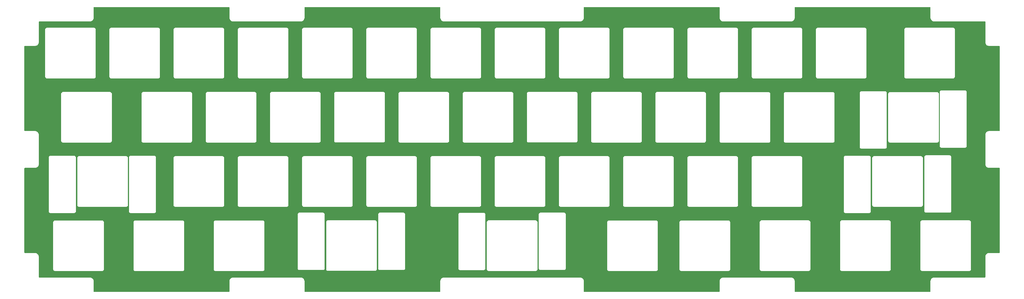
<source format=gbr>
%TF.GenerationSoftware,KiCad,Pcbnew,8.0.4*%
%TF.CreationDate,2024-08-22T05:27:04+03:00*%
%TF.ProjectId,4040-plate,34303430-2d70-46c6-9174-652e6b696361,rev?*%
%TF.SameCoordinates,Original*%
%TF.FileFunction,Copper,L2,Bot*%
%TF.FilePolarity,Positive*%
%FSLAX46Y46*%
G04 Gerber Fmt 4.6, Leading zero omitted, Abs format (unit mm)*
G04 Created by KiCad (PCBNEW 8.0.4) date 2024-08-22 05:27:04*
%MOMM*%
%LPD*%
G01*
G04 APERTURE LIST*
G04 APERTURE END LIST*
%TA.AperFunction,NonConductor*%
G36*
X119926176Y-78778394D02*
G01*
X119941475Y-78781438D01*
X119986183Y-78799959D01*
X119986195Y-78799967D01*
X119988799Y-78801707D01*
X120022987Y-78835892D01*
X120024734Y-78838507D01*
X120043263Y-78883231D01*
X120046331Y-78898660D01*
X120048712Y-78922845D01*
X120048711Y-78985018D01*
X120048713Y-78985047D01*
X120048713Y-81837013D01*
X120048711Y-81837047D01*
X120048711Y-81859136D01*
X120048685Y-81859224D01*
X120048689Y-82009865D01*
X120048690Y-82009868D01*
X120083194Y-82205535D01*
X120151155Y-82392244D01*
X120151157Y-82392247D01*
X120250502Y-82564309D01*
X120378213Y-82716504D01*
X120378221Y-82716512D01*
X120530428Y-82844224D01*
X120702500Y-82943565D01*
X120889208Y-83011517D01*
X121084879Y-83046015D01*
X121184223Y-83046013D01*
X141109679Y-83046013D01*
X141109707Y-83046014D01*
X141118327Y-83046013D01*
X141118331Y-83046015D01*
X141184222Y-83046013D01*
X141184224Y-83046013D01*
X141264535Y-83046013D01*
X141264551Y-83046011D01*
X141283563Y-83046011D01*
X141283565Y-83046011D01*
X141479230Y-83011507D01*
X141665931Y-82943551D01*
X141723285Y-82910436D01*
X141837989Y-82844211D01*
X141837990Y-82844210D01*
X141837990Y-82844209D01*
X141837995Y-82844207D01*
X141990196Y-82716496D01*
X142117907Y-82564295D01*
X142117910Y-82564290D01*
X142117911Y-82564289D01*
X142184136Y-82449585D01*
X142217251Y-82392231D01*
X142285207Y-82205530D01*
X142319711Y-82009865D01*
X142319711Y-81990851D01*
X142319713Y-81990834D01*
X142319713Y-81910504D01*
X142319713Y-81910502D01*
X142319715Y-81844631D01*
X142319713Y-81844626D01*
X142319714Y-81837047D01*
X142319713Y-81837013D01*
X142319713Y-78985047D01*
X142319714Y-78985018D01*
X142319713Y-78976398D01*
X142319715Y-78976395D01*
X142319713Y-78922715D01*
X142322095Y-78898528D01*
X142325138Y-78883227D01*
X142343665Y-78838507D01*
X142345413Y-78835891D01*
X142379592Y-78801713D01*
X142379658Y-78801669D01*
X142382207Y-78799965D01*
X142426926Y-78781438D01*
X142435298Y-78779773D01*
X142442228Y-78778395D01*
X142466415Y-78776013D01*
X142520095Y-78776015D01*
X142520098Y-78776013D01*
X142528718Y-78776014D01*
X142528747Y-78776013D01*
X182441989Y-78776013D01*
X182466176Y-78778394D01*
X182481475Y-78781438D01*
X182526183Y-78799959D01*
X182526195Y-78799967D01*
X182528799Y-78801707D01*
X182562987Y-78835892D01*
X182564734Y-78838507D01*
X182583263Y-78883231D01*
X182586331Y-78898660D01*
X182588712Y-78922845D01*
X182588711Y-78985018D01*
X182588713Y-78985047D01*
X182588713Y-81837013D01*
X182588711Y-81837047D01*
X182588711Y-81859136D01*
X182588685Y-81859224D01*
X182588689Y-82009865D01*
X182588690Y-82009868D01*
X182623194Y-82205535D01*
X182691155Y-82392244D01*
X182691157Y-82392247D01*
X182790502Y-82564309D01*
X182918213Y-82716504D01*
X182918221Y-82716512D01*
X183070428Y-82844224D01*
X183242500Y-82943565D01*
X183429208Y-83011517D01*
X183624879Y-83046015D01*
X183724223Y-83046013D01*
X224021977Y-83046013D01*
X224087879Y-83046013D01*
X224095933Y-83046013D01*
X224096301Y-83045988D01*
X224121319Y-83045989D01*
X224316986Y-83011491D01*
X224503689Y-82943541D01*
X224675757Y-82844203D01*
X224827961Y-82716494D01*
X224955676Y-82564295D01*
X225055022Y-82392232D01*
X225122979Y-82205531D01*
X225157485Y-82009865D01*
X225157485Y-81990851D01*
X225157487Y-81990834D01*
X225157487Y-81910504D01*
X225157487Y-81910502D01*
X225157489Y-81844631D01*
X225157487Y-81844626D01*
X225157488Y-81837047D01*
X225157487Y-81837013D01*
X225157487Y-78985047D01*
X225157488Y-78985018D01*
X225157487Y-78976398D01*
X225157489Y-78976395D01*
X225157487Y-78922712D01*
X225159868Y-78898530D01*
X225162914Y-78883214D01*
X225181411Y-78838544D01*
X225182030Y-78837616D01*
X225183165Y-78835917D01*
X225217404Y-78801674D01*
X225220036Y-78799915D01*
X225264715Y-78781414D01*
X225279892Y-78778394D01*
X225304081Y-78776013D01*
X265217453Y-78776013D01*
X265217481Y-78776014D01*
X265226101Y-78776013D01*
X265226105Y-78776015D01*
X265279783Y-78776013D01*
X265303971Y-78778395D01*
X265319272Y-78781438D01*
X265363995Y-78799967D01*
X265366607Y-78801713D01*
X265400786Y-78835892D01*
X265402532Y-78838504D01*
X265421061Y-78883227D01*
X265424104Y-78898528D01*
X265426486Y-78922717D01*
X265426485Y-78985018D01*
X265426487Y-78985047D01*
X265426487Y-81837013D01*
X265426485Y-81837047D01*
X265426485Y-81844630D01*
X265426485Y-81844631D01*
X265426486Y-81910494D01*
X265426487Y-81910504D01*
X265426487Y-81983995D01*
X265426488Y-81984014D01*
X265426488Y-82009862D01*
X265426489Y-82009865D01*
X265460991Y-82205523D01*
X265460991Y-82205524D01*
X265460992Y-82205529D01*
X265460993Y-82205530D01*
X265506297Y-82329997D01*
X265528950Y-82392234D01*
X265628288Y-82564289D01*
X265628289Y-82564290D01*
X265756003Y-82716496D01*
X265862835Y-82806137D01*
X265908201Y-82844204D01*
X265908209Y-82844210D01*
X265908210Y-82844211D01*
X266080265Y-82943549D01*
X266080266Y-82943549D01*
X266080269Y-82943551D01*
X266266970Y-83011507D01*
X266462635Y-83046011D01*
X266484254Y-83046011D01*
X266484274Y-83046013D01*
X266496095Y-83046013D01*
X266561976Y-83046013D01*
X266561977Y-83046013D01*
X266627869Y-83046015D01*
X266627872Y-83046013D01*
X266636492Y-83046014D01*
X266636521Y-83046013D01*
X286635933Y-83046013D01*
X286636301Y-83045988D01*
X286661319Y-83045989D01*
X286856986Y-83011491D01*
X287043689Y-82943541D01*
X287215757Y-82844203D01*
X287367961Y-82716494D01*
X287495676Y-82564295D01*
X287595022Y-82392232D01*
X287662979Y-82205531D01*
X287697485Y-82009865D01*
X287697485Y-81990851D01*
X287697487Y-81990834D01*
X287697487Y-81910504D01*
X287697487Y-81910502D01*
X287697489Y-81844631D01*
X287697487Y-81844626D01*
X287697488Y-81837047D01*
X287697487Y-81837013D01*
X287697487Y-78985047D01*
X287697488Y-78985018D01*
X287697487Y-78976398D01*
X287697489Y-78976395D01*
X287697487Y-78922712D01*
X287699868Y-78898530D01*
X287702914Y-78883214D01*
X287721411Y-78838544D01*
X287722030Y-78837616D01*
X287723165Y-78835917D01*
X287757404Y-78801674D01*
X287760036Y-78799915D01*
X287804715Y-78781414D01*
X287819892Y-78778394D01*
X287844081Y-78776013D01*
X327757453Y-78776013D01*
X327757481Y-78776014D01*
X327766101Y-78776013D01*
X327766105Y-78776015D01*
X327819783Y-78776013D01*
X327843971Y-78778395D01*
X327859272Y-78781438D01*
X327903995Y-78799967D01*
X327906607Y-78801713D01*
X327940786Y-78835892D01*
X327942532Y-78838504D01*
X327961061Y-78883227D01*
X327964104Y-78898528D01*
X327966486Y-78922717D01*
X327966485Y-78985018D01*
X327966487Y-78985047D01*
X327966487Y-81837013D01*
X327966485Y-81837047D01*
X327966485Y-81844630D01*
X327966485Y-81844631D01*
X327966486Y-81910494D01*
X327966487Y-81910504D01*
X327966487Y-81983995D01*
X327966488Y-81984014D01*
X327966488Y-82009862D01*
X327966489Y-82009865D01*
X328000991Y-82205523D01*
X328000991Y-82205524D01*
X328000992Y-82205529D01*
X328000993Y-82205530D01*
X328046297Y-82329997D01*
X328068950Y-82392234D01*
X328168288Y-82564289D01*
X328168289Y-82564290D01*
X328296003Y-82716496D01*
X328402835Y-82806137D01*
X328448201Y-82844204D01*
X328448209Y-82844210D01*
X328448210Y-82844211D01*
X328620265Y-82943549D01*
X328620266Y-82943549D01*
X328620269Y-82943551D01*
X328806970Y-83011507D01*
X329002635Y-83046011D01*
X329024254Y-83046011D01*
X329024274Y-83046013D01*
X329036095Y-83046013D01*
X329101976Y-83046013D01*
X329101977Y-83046013D01*
X329167869Y-83046015D01*
X329167872Y-83046013D01*
X329176492Y-83046014D01*
X329176521Y-83046013D01*
X344027453Y-83046013D01*
X344027481Y-83046014D01*
X344036101Y-83046013D01*
X344036105Y-83046015D01*
X344089783Y-83046013D01*
X344113971Y-83048395D01*
X344129272Y-83051438D01*
X344173995Y-83069967D01*
X344176607Y-83071713D01*
X344210786Y-83105892D01*
X344212532Y-83108504D01*
X344231061Y-83153227D01*
X344234104Y-83168528D01*
X344236486Y-83192717D01*
X344236485Y-83255018D01*
X344236487Y-83255047D01*
X344236487Y-89197017D01*
X344236476Y-89279791D01*
X344270961Y-89475489D01*
X344270961Y-89475491D01*
X344285996Y-89516807D01*
X344338908Y-89662215D01*
X344393577Y-89756915D01*
X344438250Y-89834300D01*
X344438251Y-89834301D01*
X344438253Y-89834304D01*
X344565976Y-89986524D01*
X344718196Y-90114247D01*
X344890285Y-90213592D01*
X345077012Y-90281539D01*
X345272703Y-90316023D01*
X345371882Y-90316011D01*
X348294939Y-90316011D01*
X348294973Y-90316013D01*
X348306101Y-90316012D01*
X348306105Y-90316014D01*
X348359783Y-90316012D01*
X348383971Y-90318394D01*
X348399272Y-90321437D01*
X348443967Y-90339947D01*
X348446581Y-90341694D01*
X348480804Y-90375917D01*
X348482551Y-90378532D01*
X348501062Y-90423228D01*
X348504104Y-90438524D01*
X348506486Y-90462711D01*
X348506486Y-90523953D01*
X348506490Y-90524024D01*
X348507882Y-115366712D01*
X348507879Y-115366782D01*
X348507885Y-115426972D01*
X348505506Y-115451159D01*
X348502465Y-115466458D01*
X348483958Y-115511157D01*
X348482212Y-115513771D01*
X348447981Y-115548004D01*
X348445366Y-115549751D01*
X348400669Y-115568262D01*
X348385644Y-115571250D01*
X348361456Y-115573632D01*
X348316244Y-115573631D01*
X348307505Y-115573631D01*
X348307504Y-115573631D01*
X348299921Y-115573631D01*
X348299887Y-115573633D01*
X345299736Y-115573633D01*
X345299031Y-115573679D01*
X345274114Y-115573676D01*
X345274113Y-115573676D01*
X345078429Y-115608156D01*
X344966187Y-115648996D01*
X344891847Y-115676047D01*
X344891704Y-115676099D01*
X344719627Y-115775431D01*
X344719617Y-115775438D01*
X344567414Y-115903138D01*
X344567407Y-115903145D01*
X344439688Y-116055346D01*
X344340337Y-116227420D01*
X344298548Y-116342239D01*
X344272388Y-116414121D01*
X344272381Y-116414139D01*
X344237885Y-116609811D01*
X344237889Y-116709107D01*
X344237889Y-125326031D01*
X344237821Y-125326259D01*
X344237819Y-125476816D01*
X344237819Y-125476824D01*
X344272320Y-125672498D01*
X344272321Y-125672503D01*
X344340282Y-125859220D01*
X344340283Y-125859222D01*
X344439639Y-126031302D01*
X344439641Y-126031304D01*
X344439642Y-126031306D01*
X344439644Y-126031309D01*
X344567362Y-126183505D01*
X344567373Y-126183517D01*
X344719588Y-126311224D01*
X344719592Y-126311227D01*
X344719593Y-126311228D01*
X344719595Y-126311229D01*
X344891686Y-126410567D01*
X345078414Y-126478510D01*
X345274103Y-126512991D01*
X345373282Y-126512979D01*
X348296339Y-126512979D01*
X348296373Y-126512981D01*
X348307501Y-126512980D01*
X348307505Y-126512982D01*
X348361184Y-126512980D01*
X348385367Y-126515360D01*
X348400686Y-126518407D01*
X348445381Y-126536919D01*
X348448017Y-126538680D01*
X348482232Y-126572902D01*
X348483040Y-126574111D01*
X348483988Y-126575530D01*
X348502490Y-126620207D01*
X348505502Y-126635346D01*
X348507886Y-126659549D01*
X348506490Y-151563148D01*
X348506487Y-151563208D01*
X348506487Y-151623887D01*
X348504104Y-151648082D01*
X348501061Y-151663378D01*
X348482539Y-151708084D01*
X348480792Y-151710698D01*
X348446580Y-151744904D01*
X348443965Y-151746651D01*
X348399271Y-151765162D01*
X348383906Y-151768218D01*
X348359715Y-151770600D01*
X348314951Y-151770599D01*
X348306105Y-151770599D01*
X348306104Y-151770599D01*
X348298520Y-151770599D01*
X348298488Y-151770601D01*
X345423437Y-151770601D01*
X345423409Y-151770592D01*
X345272704Y-151770574D01*
X345272696Y-151770575D01*
X345077011Y-151805058D01*
X344890275Y-151873010D01*
X344890271Y-151873012D01*
X344718191Y-151972354D01*
X344718179Y-151972362D01*
X344565967Y-152100083D01*
X344565962Y-152100087D01*
X344438241Y-152252308D01*
X344438240Y-152252309D01*
X344338902Y-152424391D01*
X344338899Y-152424398D01*
X344270954Y-152611130D01*
X344270953Y-152611133D01*
X344236472Y-152806828D01*
X344236487Y-152906021D01*
X344236487Y-158893885D01*
X344234103Y-158918081D01*
X344231059Y-158933381D01*
X344212550Y-158978068D01*
X344210805Y-158980680D01*
X344176599Y-159014892D01*
X344173985Y-159016639D01*
X344129270Y-159035162D01*
X344113908Y-159038217D01*
X344089720Y-159040599D01*
X344045804Y-159040598D01*
X344036105Y-159040598D01*
X344036104Y-159040598D01*
X344027481Y-159040598D01*
X344027453Y-159040600D01*
X329176521Y-159040600D01*
X329176493Y-159040598D01*
X329153350Y-159040598D01*
X329153309Y-159040586D01*
X329002635Y-159040588D01*
X329002634Y-159040589D01*
X328806967Y-159075093D01*
X328620266Y-159143050D01*
X328620258Y-159143054D01*
X328448191Y-159242401D01*
X328296004Y-159370105D01*
X328295995Y-159370114D01*
X328168284Y-159522314D01*
X328168283Y-159522316D01*
X328068942Y-159694383D01*
X328068942Y-159694384D01*
X328062499Y-159712086D01*
X328000988Y-159881087D01*
X327966487Y-160076754D01*
X327966487Y-163163885D01*
X327964103Y-163188081D01*
X327961059Y-163203381D01*
X327942550Y-163248068D01*
X327940805Y-163250680D01*
X327906599Y-163284892D01*
X327903985Y-163286639D01*
X327859268Y-163305163D01*
X327843905Y-163308218D01*
X327819721Y-163310599D01*
X327758511Y-163310599D01*
X327758495Y-163310600D01*
X287844211Y-163310600D01*
X287820019Y-163308217D01*
X287804713Y-163305172D01*
X287760009Y-163286651D01*
X287757392Y-163284902D01*
X287723193Y-163250701D01*
X287721439Y-163248076D01*
X287702925Y-163203375D01*
X287699869Y-163188009D01*
X287697487Y-163163822D01*
X287697487Y-160227476D01*
X287697500Y-160227428D01*
X287697499Y-160076758D01*
X287697498Y-160076754D01*
X287662997Y-159881085D01*
X287595040Y-159694378D01*
X287495698Y-159522315D01*
X287495697Y-159522312D01*
X287495692Y-159522306D01*
X287367984Y-159370112D01*
X287367977Y-159370104D01*
X287346879Y-159352401D01*
X287215772Y-159242392D01*
X287043734Y-159143069D01*
X287043703Y-159143051D01*
X287043702Y-159143050D01*
X287043701Y-159143050D01*
X286856993Y-159075097D01*
X286856988Y-159075096D01*
X286778347Y-159061231D01*
X286661321Y-159040599D01*
X286661320Y-159040599D01*
X286561977Y-159040600D01*
X266636521Y-159040600D01*
X266636493Y-159040598D01*
X266613350Y-159040598D01*
X266613309Y-159040586D01*
X266462635Y-159040588D01*
X266462634Y-159040589D01*
X266266967Y-159075093D01*
X266080266Y-159143050D01*
X266080258Y-159143054D01*
X265908191Y-159242401D01*
X265756004Y-159370105D01*
X265755995Y-159370114D01*
X265628284Y-159522314D01*
X265628283Y-159522316D01*
X265528942Y-159694383D01*
X265528942Y-159694384D01*
X265522499Y-159712086D01*
X265460988Y-159881087D01*
X265426487Y-160076754D01*
X265426487Y-163163885D01*
X265424103Y-163188081D01*
X265421059Y-163203381D01*
X265402550Y-163248068D01*
X265400805Y-163250680D01*
X265366599Y-163284892D01*
X265363985Y-163286639D01*
X265319268Y-163305163D01*
X265303905Y-163308218D01*
X265279721Y-163310599D01*
X265218511Y-163310599D01*
X265218495Y-163310600D01*
X225304211Y-163310600D01*
X225280019Y-163308217D01*
X225264713Y-163305172D01*
X225220009Y-163286651D01*
X225217392Y-163284902D01*
X225183193Y-163250701D01*
X225181439Y-163248076D01*
X225162925Y-163203375D01*
X225159869Y-163188009D01*
X225157487Y-163163822D01*
X225157487Y-160227476D01*
X225157500Y-160227428D01*
X225157499Y-160076758D01*
X225157498Y-160076754D01*
X225122997Y-159881085D01*
X225055040Y-159694378D01*
X224955698Y-159522315D01*
X224955697Y-159522312D01*
X224955692Y-159522306D01*
X224827984Y-159370112D01*
X224827977Y-159370104D01*
X224806879Y-159352401D01*
X224675772Y-159242392D01*
X224503734Y-159143069D01*
X224503703Y-159143051D01*
X224503702Y-159143050D01*
X224503701Y-159143050D01*
X224316993Y-159075097D01*
X224316988Y-159075096D01*
X224238347Y-159061231D01*
X224121321Y-159040599D01*
X224121320Y-159040599D01*
X224021977Y-159040600D01*
X183650657Y-159040600D01*
X183650466Y-159040612D01*
X183624878Y-159040612D01*
X183478245Y-159066464D01*
X183429213Y-159075109D01*
X183429211Y-159075109D01*
X183429209Y-159075110D01*
X183273818Y-159131665D01*
X183242501Y-159143063D01*
X183070436Y-159242402D01*
X183070435Y-159242403D01*
X182918229Y-159370115D01*
X182918223Y-159370121D01*
X182790518Y-159522313D01*
X182790516Y-159522315D01*
X182691171Y-159694384D01*
X182691170Y-159694385D01*
X182623214Y-159881091D01*
X182588713Y-160076754D01*
X182588713Y-163163889D01*
X182586330Y-163188078D01*
X182583286Y-163203384D01*
X182564765Y-163248092D01*
X182563010Y-163250718D01*
X182528815Y-163284912D01*
X182526195Y-163286663D01*
X182481490Y-163305184D01*
X182466250Y-163308216D01*
X182442054Y-163310600D01*
X142528747Y-163310600D01*
X142528718Y-163310598D01*
X142520095Y-163310598D01*
X142510418Y-163310598D01*
X142466414Y-163310599D01*
X142442225Y-163308217D01*
X142426924Y-163305174D01*
X142382210Y-163286651D01*
X142379590Y-163284900D01*
X142345384Y-163250688D01*
X142343637Y-163248073D01*
X142325126Y-163203378D01*
X142322095Y-163188138D01*
X142319713Y-163163950D01*
X142319713Y-160102257D01*
X142319700Y-160102057D01*
X142319700Y-160076760D01*
X142319700Y-160076758D01*
X142285199Y-159881092D01*
X142217246Y-159694390D01*
X142117905Y-159522324D01*
X141990195Y-159370122D01*
X141990185Y-159370114D01*
X141931831Y-159321148D01*
X141837995Y-159242408D01*
X141837990Y-159242405D01*
X141665940Y-159143069D01*
X141665938Y-159143068D01*
X141665931Y-159143064D01*
X141587970Y-159114687D01*
X141479229Y-159075106D01*
X141283562Y-159040601D01*
X141257714Y-159040601D01*
X141257696Y-159040600D01*
X141250105Y-159040600D01*
X141184224Y-159040600D01*
X141184215Y-159040599D01*
X141118331Y-159040598D01*
X141118330Y-159040598D01*
X141109707Y-159040598D01*
X141109679Y-159040600D01*
X121110807Y-159040600D01*
X121110628Y-159040611D01*
X121084875Y-159040611D01*
X120889212Y-159075109D01*
X120702503Y-159143062D01*
X120702500Y-159143064D01*
X120530433Y-159242403D01*
X120378232Y-159370113D01*
X120378224Y-159370121D01*
X120250518Y-159522313D01*
X120250516Y-159522314D01*
X120151170Y-159694384D01*
X120098245Y-159839797D01*
X120083216Y-159881088D01*
X120083215Y-159881092D01*
X120083214Y-159881097D01*
X120048713Y-160076756D01*
X120048713Y-163163889D01*
X120046330Y-163188078D01*
X120043286Y-163203384D01*
X120024765Y-163248092D01*
X120023010Y-163250718D01*
X119988815Y-163284912D01*
X119986195Y-163286663D01*
X119941490Y-163305184D01*
X119926250Y-163308216D01*
X119902054Y-163310600D01*
X79987705Y-163310600D01*
X79987689Y-163310599D01*
X79926413Y-163310599D01*
X79902228Y-163308218D01*
X79886926Y-163305175D01*
X79842210Y-163286651D01*
X79839590Y-163284900D01*
X79805384Y-163250688D01*
X79803637Y-163248073D01*
X79785126Y-163203378D01*
X79782095Y-163188138D01*
X79779713Y-163163950D01*
X79779713Y-160102257D01*
X79779700Y-160102057D01*
X79779700Y-160076760D01*
X79779700Y-160076758D01*
X79745199Y-159881092D01*
X79677246Y-159694390D01*
X79577905Y-159522324D01*
X79450195Y-159370122D01*
X79450185Y-159370114D01*
X79391831Y-159321148D01*
X79297995Y-159242408D01*
X79297990Y-159242405D01*
X79125940Y-159143069D01*
X79125938Y-159143068D01*
X79125931Y-159143064D01*
X79047970Y-159114687D01*
X78939229Y-159075106D01*
X78743562Y-159040601D01*
X78717714Y-159040601D01*
X78717696Y-159040600D01*
X78710105Y-159040600D01*
X78644224Y-159040600D01*
X78644215Y-159040599D01*
X78578331Y-159040598D01*
X78578330Y-159040598D01*
X78569707Y-159040598D01*
X78569679Y-159040600D01*
X63718747Y-159040600D01*
X63718718Y-159040598D01*
X63710095Y-159040598D01*
X63700418Y-159040598D01*
X63656414Y-159040599D01*
X63632225Y-159038217D01*
X63616924Y-159035174D01*
X63572210Y-159016651D01*
X63569590Y-159014900D01*
X63535384Y-158980688D01*
X63533637Y-158978073D01*
X63515126Y-158933378D01*
X63512095Y-158918138D01*
X63509713Y-158893950D01*
X63509713Y-152831958D01*
X63509708Y-152831886D01*
X63509712Y-152806829D01*
X63509711Y-152806828D01*
X63509712Y-152806826D01*
X63475231Y-152611134D01*
X63407287Y-152424405D01*
X63307944Y-152252315D01*
X63180223Y-152100094D01*
X63180210Y-152100083D01*
X63028011Y-151972374D01*
X63028005Y-151972370D01*
X63028004Y-151972369D01*
X63027978Y-151972354D01*
X62855922Y-151873026D01*
X62855914Y-151873022D01*
X62669192Y-151805075D01*
X62669180Y-151805072D01*
X62473499Y-151770590D01*
X62473494Y-151770589D01*
X62374317Y-151770601D01*
X59448747Y-151770601D01*
X59448718Y-151770599D01*
X59440095Y-151770599D01*
X59430418Y-151770599D01*
X59386414Y-151770600D01*
X59362225Y-151768218D01*
X59346924Y-151765175D01*
X59302220Y-151746659D01*
X59299599Y-151744908D01*
X59265393Y-151710702D01*
X59263638Y-151708075D01*
X59245125Y-151663378D01*
X59242095Y-151648146D01*
X59239713Y-151623958D01*
X59239713Y-151560976D01*
X59239708Y-151560914D01*
X59239203Y-142550508D01*
X67795500Y-142550508D01*
X67795500Y-156682292D01*
X67796733Y-156686892D01*
X67829608Y-156809587D01*
X67832264Y-156814187D01*
X67895500Y-156923714D01*
X67988686Y-157016900D01*
X68084799Y-157072391D01*
X68099881Y-157081099D01*
X68102814Y-157082792D01*
X68230108Y-157116900D01*
X68230110Y-157116900D01*
X82361890Y-157116900D01*
X82361892Y-157116900D01*
X82489186Y-157082792D01*
X82603314Y-157016900D01*
X82696500Y-156923714D01*
X82762392Y-156809586D01*
X82796500Y-156682292D01*
X82796500Y-142555108D01*
X91620700Y-142555108D01*
X91620700Y-156686891D01*
X91654808Y-156814187D01*
X91687754Y-156871250D01*
X91720700Y-156928314D01*
X91813886Y-157021500D01*
X91902032Y-157072391D01*
X91920046Y-157082792D01*
X91928014Y-157087392D01*
X92055308Y-157121500D01*
X92055310Y-157121500D01*
X106187090Y-157121500D01*
X106187092Y-157121500D01*
X106314386Y-157087392D01*
X106428514Y-157021500D01*
X106521700Y-156928314D01*
X106587592Y-156814186D01*
X106621700Y-156686892D01*
X106621700Y-142555108D01*
X106620468Y-142550511D01*
X115425099Y-142550511D01*
X115425099Y-151560914D01*
X115425099Y-156550507D01*
X115425099Y-156550508D01*
X115425099Y-156682292D01*
X115426332Y-156686892D01*
X115459207Y-156809587D01*
X115461863Y-156814187D01*
X115525099Y-156923714D01*
X115618285Y-157016900D01*
X115714398Y-157072391D01*
X115729480Y-157081099D01*
X115732413Y-157082792D01*
X115859707Y-157116900D01*
X115859709Y-157116900D01*
X129991489Y-157116900D01*
X129991491Y-157116900D01*
X130118785Y-157082792D01*
X130232913Y-157016900D01*
X130326099Y-156923714D01*
X130391991Y-156809586D01*
X130426099Y-156682292D01*
X130426098Y-142550509D01*
X130391990Y-142423215D01*
X130326098Y-142309087D01*
X130232912Y-142215901D01*
X130175848Y-142182955D01*
X130118785Y-142150009D01*
X130023985Y-142124608D01*
X129991490Y-142115901D01*
X115991492Y-142115901D01*
X115859708Y-142115901D01*
X115732412Y-142150009D01*
X115618286Y-142215901D01*
X115618283Y-142215903D01*
X115525102Y-142309084D01*
X115525100Y-142309087D01*
X115459208Y-142423213D01*
X115425100Y-142550509D01*
X115425099Y-142550511D01*
X106620468Y-142550511D01*
X106587592Y-142427814D01*
X106521700Y-142313686D01*
X106428514Y-142220500D01*
X106358543Y-142180102D01*
X106314387Y-142154608D01*
X106219591Y-142129208D01*
X106187092Y-142120500D01*
X92187092Y-142120500D01*
X92055308Y-142120500D01*
X91928012Y-142154608D01*
X91813886Y-142220500D01*
X91813883Y-142220502D01*
X91720702Y-142313683D01*
X91720700Y-142313686D01*
X91654808Y-142427812D01*
X91620700Y-142555108D01*
X82796500Y-142555108D01*
X82796500Y-142550508D01*
X82762392Y-142423214D01*
X82696500Y-142309086D01*
X82603314Y-142215900D01*
X82541307Y-142180100D01*
X82489187Y-142150008D01*
X82425539Y-142132954D01*
X82361892Y-142115900D01*
X68361892Y-142115900D01*
X68230108Y-142115900D01*
X68102812Y-142150008D01*
X67988686Y-142215900D01*
X67988683Y-142215902D01*
X67895502Y-142309083D01*
X67895500Y-142309086D01*
X67829608Y-142423212D01*
X67802305Y-142525110D01*
X67795500Y-142550508D01*
X59239203Y-142550508D01*
X59239074Y-140243708D01*
X140296900Y-140243708D01*
X140296900Y-156375491D01*
X140331008Y-156502787D01*
X140345673Y-156528187D01*
X140396900Y-156616914D01*
X140490086Y-156710100D01*
X140604214Y-156775992D01*
X140731508Y-156810100D01*
X140731510Y-156810100D01*
X147863290Y-156810100D01*
X147863292Y-156810100D01*
X147990586Y-156775992D01*
X148104714Y-156710100D01*
X148197900Y-156616914D01*
X148263792Y-156502786D01*
X148297900Y-156375492D01*
X148297900Y-142514708D01*
X148745300Y-142514708D01*
X148745300Y-156514708D01*
X148745300Y-156646492D01*
X148756125Y-156686890D01*
X148779408Y-156773787D01*
X148812354Y-156830850D01*
X148845300Y-156887914D01*
X148938486Y-156981100D01*
X149052614Y-157046992D01*
X149179908Y-157081100D01*
X149179910Y-157081100D01*
X163311690Y-157081100D01*
X163311692Y-157081100D01*
X163438986Y-157046992D01*
X163553114Y-156981100D01*
X163646300Y-156887914D01*
X163712192Y-156773786D01*
X163746300Y-156646492D01*
X163746300Y-142514708D01*
X163712192Y-142387414D01*
X163646300Y-142273286D01*
X163553114Y-142180100D01*
X163464967Y-142129208D01*
X163438987Y-142114208D01*
X163350509Y-142090501D01*
X163311692Y-142080100D01*
X149311692Y-142080100D01*
X149179908Y-142080100D01*
X149052612Y-142114208D01*
X148938486Y-142180100D01*
X148938483Y-142180102D01*
X148845302Y-142273283D01*
X148845300Y-142273286D01*
X148779408Y-142387412D01*
X148769815Y-142423215D01*
X148745300Y-142514708D01*
X148297900Y-142514708D01*
X148297900Y-140243708D01*
X164147500Y-140243708D01*
X164147500Y-156375491D01*
X164181608Y-156502787D01*
X164196273Y-156528187D01*
X164247500Y-156616914D01*
X164340686Y-156710100D01*
X164454814Y-156775992D01*
X164582108Y-156810100D01*
X164582110Y-156810100D01*
X171713890Y-156810100D01*
X171713892Y-156810100D01*
X171841186Y-156775992D01*
X171955314Y-156710100D01*
X172048500Y-156616914D01*
X172114392Y-156502786D01*
X172148500Y-156375492D01*
X172148500Y-140269108D01*
X187947300Y-140269108D01*
X187947300Y-156400891D01*
X187981408Y-156528187D01*
X187996951Y-156555108D01*
X188047300Y-156642314D01*
X188140486Y-156735500D01*
X188254614Y-156801392D01*
X188381908Y-156835500D01*
X188381910Y-156835500D01*
X195513690Y-156835500D01*
X195513692Y-156835500D01*
X195640986Y-156801392D01*
X195755114Y-156735500D01*
X195848300Y-156642314D01*
X195914192Y-156528186D01*
X195948300Y-156400892D01*
X195948300Y-142525108D01*
X196395700Y-142525108D01*
X196395700Y-156656892D01*
X196409956Y-156710097D01*
X196429808Y-156784187D01*
X196447129Y-156814187D01*
X196495700Y-156898314D01*
X196588886Y-156991500D01*
X196703014Y-157057392D01*
X196830308Y-157091500D01*
X196830310Y-157091500D01*
X210962090Y-157091500D01*
X210962092Y-157091500D01*
X211089386Y-157057392D01*
X211203514Y-156991500D01*
X211296700Y-156898314D01*
X211362592Y-156784186D01*
X211396700Y-156656892D01*
X211396700Y-142525108D01*
X211362592Y-142397814D01*
X211296700Y-142283686D01*
X211203514Y-142190500D01*
X211115367Y-142139608D01*
X211089387Y-142124608D01*
X211018073Y-142105500D01*
X210962092Y-142090500D01*
X196962092Y-142090500D01*
X196830308Y-142090500D01*
X196703012Y-142124608D01*
X196588886Y-142190500D01*
X196588883Y-142190502D01*
X196495702Y-142283683D01*
X196495700Y-142283686D01*
X196429808Y-142397812D01*
X196398487Y-142514708D01*
X196395700Y-142525108D01*
X195948300Y-142525108D01*
X195948300Y-140269108D01*
X195941494Y-140243708D01*
X211797900Y-140243708D01*
X211797900Y-156375491D01*
X211832008Y-156502787D01*
X211846673Y-156528187D01*
X211897900Y-156616914D01*
X211991086Y-156710100D01*
X212105214Y-156775992D01*
X212232508Y-156810100D01*
X212232510Y-156810100D01*
X219364290Y-156810100D01*
X219364292Y-156810100D01*
X219491586Y-156775992D01*
X219605714Y-156710100D01*
X219698900Y-156616914D01*
X219764792Y-156502786D01*
X219798900Y-156375492D01*
X219798900Y-142540108D01*
X232112700Y-142540108D01*
X232112700Y-156671892D01*
X232122938Y-156710100D01*
X232146808Y-156799187D01*
X232167773Y-156835499D01*
X232212700Y-156913314D01*
X232305886Y-157006500D01*
X232420014Y-157072392D01*
X232547308Y-157106500D01*
X232547310Y-157106500D01*
X246679090Y-157106500D01*
X246679092Y-157106500D01*
X246806386Y-157072392D01*
X246920514Y-157006500D01*
X247013700Y-156913314D01*
X247079592Y-156799186D01*
X247113700Y-156671892D01*
X247113700Y-142550508D01*
X253545700Y-142550508D01*
X253545700Y-156682292D01*
X253546933Y-156686892D01*
X253579808Y-156809587D01*
X253582464Y-156814187D01*
X253645700Y-156923714D01*
X253738886Y-157016900D01*
X253834999Y-157072391D01*
X253850081Y-157081099D01*
X253853014Y-157082792D01*
X253980308Y-157116900D01*
X253980310Y-157116900D01*
X268112090Y-157116900D01*
X268112092Y-157116900D01*
X268239386Y-157082792D01*
X268353514Y-157016900D01*
X268446700Y-156923714D01*
X268512592Y-156809586D01*
X268546700Y-156682292D01*
X268546700Y-142550508D01*
X268539894Y-142525108D01*
X277340901Y-142525108D01*
X277340901Y-156656892D01*
X277355157Y-156710097D01*
X277375009Y-156784187D01*
X277392330Y-156814187D01*
X277440901Y-156898314D01*
X277534087Y-156991500D01*
X277648215Y-157057392D01*
X277775509Y-157091500D01*
X277775511Y-157091500D01*
X291907291Y-157091500D01*
X291907293Y-157091500D01*
X292034587Y-157057392D01*
X292148715Y-156991500D01*
X292241901Y-156898314D01*
X292307793Y-156784186D01*
X292341901Y-156656892D01*
X292341901Y-142529708D01*
X301166101Y-142529708D01*
X301166101Y-156661492D01*
X301168888Y-156671892D01*
X301200209Y-156788787D01*
X301214874Y-156814187D01*
X301266101Y-156902914D01*
X301359287Y-156996100D01*
X301447433Y-157046991D01*
X301465447Y-157057392D01*
X301473415Y-157061992D01*
X301600709Y-157096100D01*
X301600711Y-157096100D01*
X315732491Y-157096100D01*
X315732493Y-157096100D01*
X315859787Y-157061992D01*
X315973915Y-156996100D01*
X316067101Y-156902914D01*
X316132993Y-156788786D01*
X316167101Y-156661492D01*
X316167101Y-142529708D01*
X316165869Y-142525111D01*
X324970500Y-142525111D01*
X324970500Y-151560914D01*
X324970500Y-156656892D01*
X324984756Y-156710097D01*
X325004608Y-156784187D01*
X325021929Y-156814187D01*
X325070500Y-156898314D01*
X325163686Y-156991500D01*
X325277814Y-157057392D01*
X325405108Y-157091500D01*
X325405110Y-157091500D01*
X339536890Y-157091500D01*
X339536892Y-157091500D01*
X339664186Y-157057392D01*
X339778314Y-156991500D01*
X339871500Y-156898314D01*
X339937392Y-156784186D01*
X339971500Y-156656892D01*
X339971499Y-142525109D01*
X339937391Y-142397815D01*
X339871499Y-142283687D01*
X339778313Y-142190501D01*
X339708177Y-142150008D01*
X339664186Y-142124609D01*
X339600538Y-142107555D01*
X339536891Y-142090501D01*
X325536893Y-142090501D01*
X325405109Y-142090501D01*
X325277813Y-142124609D01*
X325163687Y-142190501D01*
X325163684Y-142190503D01*
X325070503Y-142283684D01*
X325070501Y-142283687D01*
X325004609Y-142397813D01*
X324970501Y-142525109D01*
X324970500Y-142525111D01*
X316165869Y-142525111D01*
X316132993Y-142402414D01*
X316067101Y-142288286D01*
X315973915Y-142195100D01*
X315903781Y-142154608D01*
X315859788Y-142129208D01*
X315796140Y-142112154D01*
X315732493Y-142095100D01*
X301732493Y-142095100D01*
X301600709Y-142095100D01*
X301473413Y-142129208D01*
X301359287Y-142195100D01*
X301359284Y-142195102D01*
X301266103Y-142288283D01*
X301266101Y-142288286D01*
X301200209Y-142402412D01*
X301193403Y-142427814D01*
X301166101Y-142529708D01*
X292341901Y-142529708D01*
X292341901Y-142525108D01*
X292307793Y-142397814D01*
X292241901Y-142283686D01*
X292148715Y-142190500D01*
X292060568Y-142139608D01*
X292034588Y-142124608D01*
X291963274Y-142105500D01*
X291907293Y-142090500D01*
X277907293Y-142090500D01*
X277775509Y-142090500D01*
X277648213Y-142124608D01*
X277534087Y-142190500D01*
X277534084Y-142190502D01*
X277440903Y-142283683D01*
X277440901Y-142283686D01*
X277375009Y-142397812D01*
X277343688Y-142514708D01*
X277340901Y-142525108D01*
X268539894Y-142525108D01*
X268512592Y-142423214D01*
X268446700Y-142309086D01*
X268353514Y-142215900D01*
X268291507Y-142180100D01*
X268239387Y-142150008D01*
X268175739Y-142132954D01*
X268112092Y-142115900D01*
X254112092Y-142115900D01*
X253980308Y-142115900D01*
X253853012Y-142150008D01*
X253738886Y-142215900D01*
X253738883Y-142215902D01*
X253645702Y-142309083D01*
X253645700Y-142309086D01*
X253579808Y-142423212D01*
X253552505Y-142525110D01*
X253545700Y-142550508D01*
X247113700Y-142550508D01*
X247113700Y-142540108D01*
X247079592Y-142412814D01*
X247013700Y-142298686D01*
X246920514Y-142205500D01*
X246832367Y-142154608D01*
X246806387Y-142139608D01*
X246717909Y-142115901D01*
X246679092Y-142105500D01*
X232679092Y-142105500D01*
X232547308Y-142105500D01*
X232420012Y-142139608D01*
X232305886Y-142205500D01*
X232305883Y-142205502D01*
X232212702Y-142298683D01*
X232212700Y-142298686D01*
X232146808Y-142412812D01*
X232119506Y-142514708D01*
X232112700Y-142540108D01*
X219798900Y-142540108D01*
X219798900Y-140243708D01*
X219764792Y-140116414D01*
X219698900Y-140002286D01*
X219605714Y-139909100D01*
X219535580Y-139868608D01*
X219491587Y-139843208D01*
X219409066Y-139821097D01*
X219364292Y-139809100D01*
X212364292Y-139809100D01*
X212232508Y-139809100D01*
X212105212Y-139843208D01*
X211991086Y-139909100D01*
X211991083Y-139909102D01*
X211897902Y-140002283D01*
X211897900Y-140002286D01*
X211832008Y-140116412D01*
X211797900Y-140243708D01*
X195941494Y-140243708D01*
X195914192Y-140141814D01*
X195848300Y-140027686D01*
X195755114Y-139934500D01*
X195672828Y-139886992D01*
X195640987Y-139868608D01*
X195546191Y-139843208D01*
X195513692Y-139834500D01*
X188513692Y-139834500D01*
X188381908Y-139834500D01*
X188254612Y-139868608D01*
X188140486Y-139934500D01*
X188140483Y-139934502D01*
X188047302Y-140027683D01*
X188047300Y-140027686D01*
X187981408Y-140141812D01*
X187947300Y-140269108D01*
X172148500Y-140269108D01*
X172148500Y-140243708D01*
X172114392Y-140116414D01*
X172048500Y-140002286D01*
X171955314Y-139909100D01*
X171885180Y-139868608D01*
X171841187Y-139843208D01*
X171758666Y-139821097D01*
X171713892Y-139809100D01*
X164713892Y-139809100D01*
X164582108Y-139809100D01*
X164454812Y-139843208D01*
X164340686Y-139909100D01*
X164340683Y-139909102D01*
X164247502Y-140002283D01*
X164247500Y-140002286D01*
X164181608Y-140116412D01*
X164147500Y-140243708D01*
X148297900Y-140243708D01*
X148263792Y-140116414D01*
X148197900Y-140002286D01*
X148104714Y-139909100D01*
X148034580Y-139868608D01*
X147990587Y-139843208D01*
X147908066Y-139821097D01*
X147863292Y-139809100D01*
X140863292Y-139809100D01*
X140731508Y-139809100D01*
X140604212Y-139843208D01*
X140490086Y-139909100D01*
X140490083Y-139909102D01*
X140396902Y-140002283D01*
X140396900Y-140002286D01*
X140331008Y-140116412D01*
X140296900Y-140243708D01*
X59239074Y-140243708D01*
X59238313Y-126659709D01*
X59240697Y-126635511D01*
X59243740Y-126620217D01*
X59262249Y-126575532D01*
X59263996Y-126572917D01*
X59298224Y-126538691D01*
X59300845Y-126536940D01*
X59345524Y-126518438D01*
X59360996Y-126515361D01*
X59385178Y-126512980D01*
X59438695Y-126512982D01*
X59438697Y-126512980D01*
X59451271Y-126512981D01*
X59451302Y-126512979D01*
X62446511Y-126512979D01*
X62447391Y-126512920D01*
X62472018Y-126512923D01*
X62472086Y-126512924D01*
X62472086Y-126512923D01*
X62472091Y-126512924D01*
X62667769Y-126478444D01*
X62667774Y-126478442D01*
X62667775Y-126478442D01*
X62701884Y-126466030D01*
X62854486Y-126410506D01*
X63026566Y-126311173D01*
X63178782Y-126183465D01*
X63193641Y-126165759D01*
X63306499Y-126031270D01*
X63306505Y-126031263D01*
X63405856Y-125859193D01*
X63473813Y-125672483D01*
X63496030Y-125546475D01*
X63508312Y-125476818D01*
X63508312Y-125476814D01*
X63508313Y-125476809D01*
X63508311Y-125377462D01*
X63508311Y-123354708D01*
X66484500Y-123354708D01*
X66484500Y-139486491D01*
X66518608Y-139613787D01*
X66551554Y-139670850D01*
X66584500Y-139727914D01*
X66677686Y-139821100D01*
X66791814Y-139886992D01*
X66919108Y-139921100D01*
X66919110Y-139921100D01*
X74050890Y-139921100D01*
X74050892Y-139921100D01*
X74178186Y-139886992D01*
X74292314Y-139821100D01*
X74385500Y-139727914D01*
X74451392Y-139613786D01*
X74485500Y-139486492D01*
X74485500Y-123475108D01*
X74932900Y-123475108D01*
X74932900Y-137606892D01*
X74934133Y-137611492D01*
X74967008Y-137734187D01*
X74969664Y-137738787D01*
X75032900Y-137848314D01*
X75126086Y-137941500D01*
X75240214Y-138007392D01*
X75367508Y-138041500D01*
X75367510Y-138041500D01*
X89499290Y-138041500D01*
X89499292Y-138041500D01*
X89626586Y-138007392D01*
X89740714Y-137941500D01*
X89833900Y-137848314D01*
X89899792Y-137734186D01*
X89933900Y-137606892D01*
X89933900Y-123475108D01*
X89901639Y-123354708D01*
X90264100Y-123354708D01*
X90264100Y-139486491D01*
X90298208Y-139613787D01*
X90331154Y-139670850D01*
X90364100Y-139727914D01*
X90457286Y-139821100D01*
X90571414Y-139886992D01*
X90698708Y-139921100D01*
X90698710Y-139921100D01*
X97830490Y-139921100D01*
X97830492Y-139921100D01*
X97957786Y-139886992D01*
X98071914Y-139821100D01*
X98165100Y-139727914D01*
X98230992Y-139613786D01*
X98265100Y-139486492D01*
X98265100Y-123475108D01*
X103487100Y-123475108D01*
X103487100Y-137475108D01*
X103487100Y-137606892D01*
X103488333Y-137611492D01*
X103521208Y-137734187D01*
X103523864Y-137738787D01*
X103587100Y-137848314D01*
X103680286Y-137941500D01*
X103794414Y-138007392D01*
X103921708Y-138041500D01*
X103921710Y-138041500D01*
X118053490Y-138041500D01*
X118053492Y-138041500D01*
X118180786Y-138007392D01*
X118294914Y-137941500D01*
X118388100Y-137848314D01*
X118453992Y-137734186D01*
X118488100Y-137606892D01*
X118488100Y-123479708D01*
X122537100Y-123479708D01*
X122537100Y-137611491D01*
X122571208Y-137738787D01*
X122604154Y-137795850D01*
X122637100Y-137852914D01*
X122730286Y-137946100D01*
X122829121Y-138003163D01*
X122836446Y-138007392D01*
X122844414Y-138011992D01*
X122971708Y-138046100D01*
X122971710Y-138046100D01*
X137103490Y-138046100D01*
X137103492Y-138046100D01*
X137230786Y-138011992D01*
X137344914Y-137946100D01*
X137438100Y-137852914D01*
X137503992Y-137738786D01*
X137538100Y-137611492D01*
X137538100Y-123479708D01*
X137536867Y-123475108D01*
X141607900Y-123475108D01*
X141607900Y-137475108D01*
X141607900Y-137606892D01*
X141609133Y-137611492D01*
X141642008Y-137734187D01*
X141644664Y-137738787D01*
X141707900Y-137848314D01*
X141801086Y-137941500D01*
X141915214Y-138007392D01*
X142042508Y-138041500D01*
X142042510Y-138041500D01*
X156174290Y-138041500D01*
X156174292Y-138041500D01*
X156301586Y-138007392D01*
X156415714Y-137941500D01*
X156508900Y-137848314D01*
X156574792Y-137734186D01*
X156608900Y-137606892D01*
X156608900Y-123475108D01*
X160657900Y-123475108D01*
X160657900Y-137606892D01*
X160659133Y-137611492D01*
X160692008Y-137734187D01*
X160694664Y-137738787D01*
X160757900Y-137848314D01*
X160851086Y-137941500D01*
X160965214Y-138007392D01*
X161092508Y-138041500D01*
X161092510Y-138041500D01*
X175224290Y-138041500D01*
X175224292Y-138041500D01*
X175351586Y-138007392D01*
X175465714Y-137941500D01*
X175558900Y-137848314D01*
X175624792Y-137734186D01*
X175658900Y-137606892D01*
X175658900Y-123479708D01*
X179661700Y-123479708D01*
X179661700Y-137611491D01*
X179695808Y-137738787D01*
X179728754Y-137795850D01*
X179761700Y-137852914D01*
X179854886Y-137946100D01*
X179953721Y-138003163D01*
X179961046Y-138007392D01*
X179969014Y-138011992D01*
X180096308Y-138046100D01*
X180096310Y-138046100D01*
X194228090Y-138046100D01*
X194228092Y-138046100D01*
X194355386Y-138011992D01*
X194469514Y-137946100D01*
X194562700Y-137852914D01*
X194628592Y-137738786D01*
X194662700Y-137611492D01*
X194662700Y-123479708D01*
X194661467Y-123475108D01*
X198732500Y-123475108D01*
X198732500Y-137475108D01*
X198732500Y-137606892D01*
X198733733Y-137611492D01*
X198766608Y-137734187D01*
X198769264Y-137738787D01*
X198832500Y-137848314D01*
X198925686Y-137941500D01*
X199039814Y-138007392D01*
X199167108Y-138041500D01*
X199167110Y-138041500D01*
X213298890Y-138041500D01*
X213298892Y-138041500D01*
X213426186Y-138007392D01*
X213540314Y-137941500D01*
X213633500Y-137848314D01*
X213699392Y-137734186D01*
X213733500Y-137606892D01*
X213733500Y-123475108D01*
X217782500Y-123475108D01*
X217782500Y-137606892D01*
X217783733Y-137611492D01*
X217816608Y-137734187D01*
X217819264Y-137738787D01*
X217882500Y-137848314D01*
X217975686Y-137941500D01*
X218089814Y-138007392D01*
X218217108Y-138041500D01*
X218217110Y-138041500D01*
X232348890Y-138041500D01*
X232348892Y-138041500D01*
X232476186Y-138007392D01*
X232590314Y-137941500D01*
X232683500Y-137848314D01*
X232749392Y-137734186D01*
X232783500Y-137606892D01*
X232783500Y-123479708D01*
X236811700Y-123479708D01*
X236811700Y-137611491D01*
X236845808Y-137738787D01*
X236878754Y-137795850D01*
X236911700Y-137852914D01*
X237004886Y-137946100D01*
X237103721Y-138003163D01*
X237111046Y-138007392D01*
X237119014Y-138011992D01*
X237246308Y-138046100D01*
X237246310Y-138046100D01*
X251378090Y-138046100D01*
X251378092Y-138046100D01*
X251505386Y-138011992D01*
X251619514Y-137946100D01*
X251712700Y-137852914D01*
X251778592Y-137738786D01*
X251812700Y-137611492D01*
X251812700Y-123479708D01*
X251811467Y-123475108D01*
X255882500Y-123475108D01*
X255882500Y-137475108D01*
X255882500Y-137606892D01*
X255883733Y-137611492D01*
X255916608Y-137734187D01*
X255919264Y-137738787D01*
X255982500Y-137848314D01*
X256075686Y-137941500D01*
X256189814Y-138007392D01*
X256317108Y-138041500D01*
X256317110Y-138041500D01*
X270448890Y-138041500D01*
X270448892Y-138041500D01*
X270576186Y-138007392D01*
X270690314Y-137941500D01*
X270783500Y-137848314D01*
X270849392Y-137734186D01*
X270883500Y-137606892D01*
X270883500Y-123475108D01*
X274932500Y-123475108D01*
X274932500Y-137606892D01*
X274933733Y-137611492D01*
X274966608Y-137734187D01*
X274969264Y-137738787D01*
X275032500Y-137848314D01*
X275125686Y-137941500D01*
X275239814Y-138007392D01*
X275367108Y-138041500D01*
X275367110Y-138041500D01*
X289498890Y-138041500D01*
X289498892Y-138041500D01*
X289626186Y-138007392D01*
X289740314Y-137941500D01*
X289833500Y-137848314D01*
X289899392Y-137734186D01*
X289933500Y-137606892D01*
X289933500Y-123475108D01*
X289900703Y-123352708D01*
X302247300Y-123352708D01*
X302247300Y-139484492D01*
X302247836Y-139486491D01*
X302281408Y-139611787D01*
X302282563Y-139613787D01*
X302347300Y-139725914D01*
X302440486Y-139819100D01*
X302554614Y-139884992D01*
X302681908Y-139919100D01*
X302681910Y-139919100D01*
X309813690Y-139919100D01*
X309813692Y-139919100D01*
X309940986Y-139884992D01*
X310055114Y-139819100D01*
X310148300Y-139725914D01*
X310214192Y-139611786D01*
X310248300Y-139484492D01*
X310248300Y-123475108D01*
X310695700Y-123475108D01*
X310695700Y-137475108D01*
X310695700Y-137606892D01*
X310696933Y-137611492D01*
X310729808Y-137734187D01*
X310732464Y-137738787D01*
X310795700Y-137848314D01*
X310888886Y-137941500D01*
X311003014Y-138007392D01*
X311130308Y-138041500D01*
X311130310Y-138041500D01*
X325262090Y-138041500D01*
X325262092Y-138041500D01*
X325389386Y-138007392D01*
X325503514Y-137941500D01*
X325596700Y-137848314D01*
X325662592Y-137734186D01*
X325696700Y-137606892D01*
X325696700Y-123475108D01*
X325662592Y-123347814D01*
X325596700Y-123233686D01*
X325588722Y-123225708D01*
X326153900Y-123225708D01*
X326153900Y-139357491D01*
X326188008Y-139484787D01*
X326220954Y-139541850D01*
X326253900Y-139598914D01*
X326347086Y-139692100D01*
X326461214Y-139757992D01*
X326588508Y-139792100D01*
X326588510Y-139792100D01*
X333720290Y-139792100D01*
X333720292Y-139792100D01*
X333847586Y-139757992D01*
X333961714Y-139692100D01*
X334054900Y-139598914D01*
X334120792Y-139484786D01*
X334154900Y-139357492D01*
X334154900Y-123225708D01*
X334120792Y-123098414D01*
X334054900Y-122984286D01*
X333961714Y-122891100D01*
X333904650Y-122858154D01*
X333847587Y-122825208D01*
X333783939Y-122808154D01*
X333720292Y-122791100D01*
X326720292Y-122791100D01*
X326588508Y-122791100D01*
X326461212Y-122825208D01*
X326347086Y-122891100D01*
X326347083Y-122891102D01*
X326253902Y-122984283D01*
X326253900Y-122984286D01*
X326188008Y-123098412D01*
X326153900Y-123225708D01*
X325588722Y-123225708D01*
X325503514Y-123140500D01*
X325430616Y-123098412D01*
X325389387Y-123074608D01*
X325325739Y-123057554D01*
X325262092Y-123040500D01*
X311262092Y-123040500D01*
X311130308Y-123040500D01*
X311003012Y-123074608D01*
X310888886Y-123140500D01*
X310888883Y-123140502D01*
X310795702Y-123233683D01*
X310795700Y-123233686D01*
X310729808Y-123347812D01*
X310727960Y-123354710D01*
X310695700Y-123475108D01*
X310248300Y-123475108D01*
X310248300Y-123352708D01*
X310214192Y-123225414D01*
X310148300Y-123111286D01*
X310055114Y-123018100D01*
X309996541Y-122984283D01*
X309940987Y-122952208D01*
X309877339Y-122935154D01*
X309813692Y-122918100D01*
X302813692Y-122918100D01*
X302681908Y-122918100D01*
X302554612Y-122952208D01*
X302440486Y-123018100D01*
X302440483Y-123018102D01*
X302347302Y-123111283D01*
X302347300Y-123111286D01*
X302281408Y-123225412D01*
X302277959Y-123238286D01*
X302247300Y-123352708D01*
X289900703Y-123352708D01*
X289899392Y-123347814D01*
X289833500Y-123233686D01*
X289740314Y-123140500D01*
X289667416Y-123098412D01*
X289626187Y-123074608D01*
X289562539Y-123057554D01*
X289498892Y-123040500D01*
X275498892Y-123040500D01*
X275367108Y-123040500D01*
X275239812Y-123074608D01*
X275125686Y-123140500D01*
X275125683Y-123140502D01*
X275032502Y-123233683D01*
X275032500Y-123233686D01*
X274966608Y-123347812D01*
X274964760Y-123354710D01*
X274932500Y-123475108D01*
X270883500Y-123475108D01*
X270849392Y-123347814D01*
X270783500Y-123233686D01*
X270690314Y-123140500D01*
X270617416Y-123098412D01*
X270576187Y-123074608D01*
X270512539Y-123057554D01*
X270448892Y-123040500D01*
X256448892Y-123040500D01*
X256317108Y-123040500D01*
X256189812Y-123074608D01*
X256075686Y-123140500D01*
X256075683Y-123140502D01*
X255982502Y-123233683D01*
X255982500Y-123233686D01*
X255916608Y-123347812D01*
X255914760Y-123354710D01*
X255882500Y-123475108D01*
X251811467Y-123475108D01*
X251778592Y-123352414D01*
X251712700Y-123238286D01*
X251619514Y-123145100D01*
X251538652Y-123098414D01*
X251505387Y-123079208D01*
X251441739Y-123062154D01*
X251378092Y-123045100D01*
X237378092Y-123045100D01*
X237246308Y-123045100D01*
X237119012Y-123079208D01*
X237004886Y-123145100D01*
X237004883Y-123145102D01*
X236911702Y-123238283D01*
X236911700Y-123238286D01*
X236845808Y-123352412D01*
X236811700Y-123479708D01*
X232783500Y-123479708D01*
X232783500Y-123475108D01*
X232749392Y-123347814D01*
X232683500Y-123233686D01*
X232590314Y-123140500D01*
X232517416Y-123098412D01*
X232476187Y-123074608D01*
X232412539Y-123057554D01*
X232348892Y-123040500D01*
X218348892Y-123040500D01*
X218217108Y-123040500D01*
X218089812Y-123074608D01*
X217975686Y-123140500D01*
X217975683Y-123140502D01*
X217882502Y-123233683D01*
X217882500Y-123233686D01*
X217816608Y-123347812D01*
X217814760Y-123354710D01*
X217782500Y-123475108D01*
X213733500Y-123475108D01*
X213699392Y-123347814D01*
X213633500Y-123233686D01*
X213540314Y-123140500D01*
X213467416Y-123098412D01*
X213426187Y-123074608D01*
X213362539Y-123057554D01*
X213298892Y-123040500D01*
X199298892Y-123040500D01*
X199167108Y-123040500D01*
X199039812Y-123074608D01*
X198925686Y-123140500D01*
X198925683Y-123140502D01*
X198832502Y-123233683D01*
X198832500Y-123233686D01*
X198766608Y-123347812D01*
X198764760Y-123354710D01*
X198732500Y-123475108D01*
X194661467Y-123475108D01*
X194628592Y-123352414D01*
X194562700Y-123238286D01*
X194469514Y-123145100D01*
X194388652Y-123098414D01*
X194355387Y-123079208D01*
X194291739Y-123062154D01*
X194228092Y-123045100D01*
X180228092Y-123045100D01*
X180096308Y-123045100D01*
X179969012Y-123079208D01*
X179854886Y-123145100D01*
X179854883Y-123145102D01*
X179761702Y-123238283D01*
X179761700Y-123238286D01*
X179695808Y-123352412D01*
X179661700Y-123479708D01*
X175658900Y-123479708D01*
X175658900Y-123475108D01*
X175624792Y-123347814D01*
X175558900Y-123233686D01*
X175465714Y-123140500D01*
X175392816Y-123098412D01*
X175351587Y-123074608D01*
X175287939Y-123057554D01*
X175224292Y-123040500D01*
X161224292Y-123040500D01*
X161092508Y-123040500D01*
X160965212Y-123074608D01*
X160851086Y-123140500D01*
X160851083Y-123140502D01*
X160757902Y-123233683D01*
X160757900Y-123233686D01*
X160692008Y-123347812D01*
X160690160Y-123354710D01*
X160657900Y-123475108D01*
X156608900Y-123475108D01*
X156574792Y-123347814D01*
X156508900Y-123233686D01*
X156415714Y-123140500D01*
X156342816Y-123098412D01*
X156301587Y-123074608D01*
X156237939Y-123057554D01*
X156174292Y-123040500D01*
X142174292Y-123040500D01*
X142042508Y-123040500D01*
X141915212Y-123074608D01*
X141801086Y-123140500D01*
X141801083Y-123140502D01*
X141707902Y-123233683D01*
X141707900Y-123233686D01*
X141642008Y-123347812D01*
X141640160Y-123354710D01*
X141607900Y-123475108D01*
X137536867Y-123475108D01*
X137503992Y-123352414D01*
X137438100Y-123238286D01*
X137344914Y-123145100D01*
X137264052Y-123098414D01*
X137230787Y-123079208D01*
X137167139Y-123062154D01*
X137103492Y-123045100D01*
X123103492Y-123045100D01*
X122971708Y-123045100D01*
X122844412Y-123079208D01*
X122730286Y-123145100D01*
X122730283Y-123145102D01*
X122637102Y-123238283D01*
X122637100Y-123238286D01*
X122571208Y-123352412D01*
X122537100Y-123479708D01*
X118488100Y-123479708D01*
X118488100Y-123475108D01*
X118453992Y-123347814D01*
X118388100Y-123233686D01*
X118294914Y-123140500D01*
X118222016Y-123098412D01*
X118180787Y-123074608D01*
X118117139Y-123057554D01*
X118053492Y-123040500D01*
X104053492Y-123040500D01*
X103921708Y-123040500D01*
X103794412Y-123074608D01*
X103680286Y-123140500D01*
X103680283Y-123140502D01*
X103587102Y-123233683D01*
X103587100Y-123233686D01*
X103521208Y-123347812D01*
X103519360Y-123354710D01*
X103487100Y-123475108D01*
X98265100Y-123475108D01*
X98265100Y-123354708D01*
X98230992Y-123227414D01*
X98165100Y-123113286D01*
X98071914Y-123020100D01*
X98014850Y-122987154D01*
X97957787Y-122954208D01*
X97894139Y-122937154D01*
X97830492Y-122920100D01*
X90830492Y-122920100D01*
X90698708Y-122920100D01*
X90571412Y-122954208D01*
X90457286Y-123020100D01*
X90457283Y-123020102D01*
X90364102Y-123113283D01*
X90364100Y-123113286D01*
X90298208Y-123227412D01*
X90264100Y-123354708D01*
X89901639Y-123354708D01*
X89899792Y-123347814D01*
X89833900Y-123233686D01*
X89740714Y-123140500D01*
X89667816Y-123098412D01*
X89626587Y-123074608D01*
X89562939Y-123057554D01*
X89499292Y-123040500D01*
X75499292Y-123040500D01*
X75367508Y-123040500D01*
X75240212Y-123074608D01*
X75126086Y-123140500D01*
X75126083Y-123140502D01*
X75032902Y-123233683D01*
X75032900Y-123233686D01*
X74967008Y-123347812D01*
X74965160Y-123354710D01*
X74932900Y-123475108D01*
X74485500Y-123475108D01*
X74485500Y-123354708D01*
X74451392Y-123227414D01*
X74385500Y-123113286D01*
X74292314Y-123020100D01*
X74235250Y-122987154D01*
X74178187Y-122954208D01*
X74114539Y-122937154D01*
X74050892Y-122920100D01*
X67050892Y-122920100D01*
X66919108Y-122920100D01*
X66791812Y-122954208D01*
X66677686Y-123020100D01*
X66677683Y-123020102D01*
X66584502Y-123113283D01*
X66584500Y-123113286D01*
X66518608Y-123227412D01*
X66484500Y-123354708D01*
X63508311Y-123354708D01*
X63508311Y-116760579D01*
X63508364Y-116760398D01*
X63508366Y-116709161D01*
X63508370Y-116609808D01*
X63473875Y-116414139D01*
X63473872Y-116414120D01*
X63405914Y-116227402D01*
X63405907Y-116227387D01*
X63306560Y-116055318D01*
X63306558Y-116055316D01*
X63193711Y-115920839D01*
X63178829Y-115903104D01*
X63178826Y-115903102D01*
X63178825Y-115903100D01*
X63178819Y-115903094D01*
X63026606Y-115775387D01*
X62854514Y-115676046D01*
X62854511Y-115676045D01*
X62742577Y-115635317D01*
X62667787Y-115608104D01*
X62550963Y-115587518D01*
X62472092Y-115573621D01*
X62372917Y-115573633D01*
X59447347Y-115573633D01*
X59447318Y-115573631D01*
X59438695Y-115573631D01*
X59429018Y-115573631D01*
X59385014Y-115573632D01*
X59360823Y-115571250D01*
X59345546Y-115568211D01*
X59300845Y-115549695D01*
X59298247Y-115547959D01*
X59264045Y-115513760D01*
X59262308Y-115511160D01*
X59243785Y-115466439D01*
X59240694Y-115450890D01*
X59238314Y-115426699D01*
X59238320Y-115373294D01*
X59238319Y-115373291D01*
X59238320Y-115364689D01*
X59238316Y-115364623D01*
X59238897Y-105010500D01*
X59238930Y-104429708D01*
X70162300Y-104429708D01*
X70162300Y-118561492D01*
X70167873Y-118582290D01*
X70196408Y-118688787D01*
X70211073Y-118714187D01*
X70262300Y-118802914D01*
X70355486Y-118896100D01*
X70417653Y-118931992D01*
X70461646Y-118957392D01*
X70469614Y-118961992D01*
X70596908Y-118996100D01*
X70596910Y-118996100D01*
X84728690Y-118996100D01*
X84728692Y-118996100D01*
X84855986Y-118961992D01*
X84970114Y-118896100D01*
X85063300Y-118802914D01*
X85129192Y-118688786D01*
X85163300Y-118561492D01*
X85163300Y-104429708D01*
X93962100Y-104429708D01*
X93962100Y-118429708D01*
X93962100Y-118561492D01*
X93967673Y-118582290D01*
X93996208Y-118688787D01*
X94010873Y-118714187D01*
X94062100Y-118802914D01*
X94155286Y-118896100D01*
X94217453Y-118931992D01*
X94261446Y-118957392D01*
X94269414Y-118961992D01*
X94396708Y-118996100D01*
X94396710Y-118996100D01*
X108528490Y-118996100D01*
X108528492Y-118996100D01*
X108655786Y-118961992D01*
X108769914Y-118896100D01*
X108863100Y-118802914D01*
X108928992Y-118688786D01*
X108963100Y-118561492D01*
X108963100Y-104429708D01*
X108961867Y-104425108D01*
X113032900Y-104425108D01*
X113032900Y-118556892D01*
X113049954Y-118620539D01*
X113067008Y-118684187D01*
X113084329Y-118714187D01*
X113132900Y-118798314D01*
X113226086Y-118891500D01*
X113340214Y-118957392D01*
X113467508Y-118991500D01*
X113467510Y-118991500D01*
X127599290Y-118991500D01*
X127599292Y-118991500D01*
X127726586Y-118957392D01*
X127840714Y-118891500D01*
X127933900Y-118798314D01*
X127999792Y-118684186D01*
X128033900Y-118556892D01*
X128033900Y-104425108D01*
X132082900Y-104425108D01*
X132082900Y-118425108D01*
X132082900Y-118556892D01*
X132099954Y-118620539D01*
X132117008Y-118684187D01*
X132134329Y-118714187D01*
X132182900Y-118798314D01*
X132276086Y-118891500D01*
X132390214Y-118957392D01*
X132517508Y-118991500D01*
X132517510Y-118991500D01*
X146649290Y-118991500D01*
X146649292Y-118991500D01*
X146776586Y-118957392D01*
X146890714Y-118891500D01*
X146983900Y-118798314D01*
X147049792Y-118684186D01*
X147083900Y-118556892D01*
X147083900Y-104425108D01*
X147077094Y-104399708D01*
X151137500Y-104399708D01*
X151137500Y-118531492D01*
X151149396Y-118575890D01*
X151171608Y-118658787D01*
X151188929Y-118688787D01*
X151237500Y-118772914D01*
X151330686Y-118866100D01*
X151444814Y-118931992D01*
X151572108Y-118966100D01*
X151572110Y-118966100D01*
X165703890Y-118966100D01*
X165703892Y-118966100D01*
X165831186Y-118931992D01*
X165945314Y-118866100D01*
X166038500Y-118772914D01*
X166104392Y-118658786D01*
X166138500Y-118531492D01*
X166138500Y-104429708D01*
X170187500Y-104429708D01*
X170187500Y-118561492D01*
X170193073Y-118582290D01*
X170221608Y-118688787D01*
X170236273Y-118714187D01*
X170287500Y-118802914D01*
X170380686Y-118896100D01*
X170442853Y-118931992D01*
X170486846Y-118957392D01*
X170494814Y-118961992D01*
X170622108Y-118996100D01*
X170622110Y-118996100D01*
X184753890Y-118996100D01*
X184753892Y-118996100D01*
X184881186Y-118961992D01*
X184995314Y-118896100D01*
X185088500Y-118802914D01*
X185154392Y-118688786D01*
X185188500Y-118561492D01*
X185188500Y-104429708D01*
X185187267Y-104425108D01*
X189232900Y-104425108D01*
X189232900Y-118556892D01*
X189249954Y-118620539D01*
X189267008Y-118684187D01*
X189284329Y-118714187D01*
X189332900Y-118798314D01*
X189426086Y-118891500D01*
X189540214Y-118957392D01*
X189667508Y-118991500D01*
X189667510Y-118991500D01*
X203799290Y-118991500D01*
X203799292Y-118991500D01*
X203926586Y-118957392D01*
X204040714Y-118891500D01*
X204133900Y-118798314D01*
X204199792Y-118684186D01*
X204233900Y-118556892D01*
X204233900Y-104425108D01*
X204227094Y-104399708D01*
X208262100Y-104399708D01*
X208262100Y-118399708D01*
X208262100Y-118531492D01*
X208273996Y-118575890D01*
X208296208Y-118658787D01*
X208313529Y-118688787D01*
X208362100Y-118772914D01*
X208455286Y-118866100D01*
X208569414Y-118931992D01*
X208696708Y-118966100D01*
X208696710Y-118966100D01*
X222828490Y-118966100D01*
X222828492Y-118966100D01*
X222955786Y-118931992D01*
X223069914Y-118866100D01*
X223163100Y-118772914D01*
X223228992Y-118658786D01*
X223263100Y-118531492D01*
X223263100Y-104429708D01*
X227332900Y-104429708D01*
X227332900Y-118561492D01*
X227338473Y-118582290D01*
X227367008Y-118688787D01*
X227381673Y-118714187D01*
X227432900Y-118802914D01*
X227526086Y-118896100D01*
X227588253Y-118931992D01*
X227632246Y-118957392D01*
X227640214Y-118961992D01*
X227767508Y-118996100D01*
X227767510Y-118996100D01*
X241899290Y-118996100D01*
X241899292Y-118996100D01*
X242026586Y-118961992D01*
X242140714Y-118896100D01*
X242233900Y-118802914D01*
X242299792Y-118688786D01*
X242333900Y-118561492D01*
X242333900Y-104429708D01*
X242332667Y-104425108D01*
X246362100Y-104425108D01*
X246362100Y-118556892D01*
X246379154Y-118620539D01*
X246396208Y-118684187D01*
X246413529Y-118714187D01*
X246462100Y-118798314D01*
X246555286Y-118891500D01*
X246669414Y-118957392D01*
X246796708Y-118991500D01*
X246796710Y-118991500D01*
X260928490Y-118991500D01*
X260928492Y-118991500D01*
X261055786Y-118957392D01*
X261169914Y-118891500D01*
X261263100Y-118798314D01*
X261328992Y-118684186D01*
X261363100Y-118556892D01*
X261363100Y-104455108D01*
X265437500Y-104455108D01*
X265437500Y-118586891D01*
X265471608Y-118714187D01*
X265504554Y-118771250D01*
X265537500Y-118828314D01*
X265630686Y-118921500D01*
X265729521Y-118978563D01*
X265736846Y-118982792D01*
X265744814Y-118987392D01*
X265872108Y-119021500D01*
X265872110Y-119021500D01*
X280003890Y-119021500D01*
X280003892Y-119021500D01*
X280131186Y-118987392D01*
X280245314Y-118921500D01*
X280338500Y-118828314D01*
X280404392Y-118714186D01*
X280438500Y-118586892D01*
X280438500Y-104455108D01*
X280437267Y-104450508D01*
X284482900Y-104450508D01*
X284482900Y-118582292D01*
X284484133Y-118586892D01*
X284517008Y-118709587D01*
X284519664Y-118714187D01*
X284582900Y-118823714D01*
X284676086Y-118916900D01*
X284790214Y-118982792D01*
X284917508Y-119016900D01*
X284917510Y-119016900D01*
X299049290Y-119016900D01*
X299049292Y-119016900D01*
X299176586Y-118982792D01*
X299290714Y-118916900D01*
X299383900Y-118823714D01*
X299449792Y-118709586D01*
X299483900Y-118582292D01*
X299483900Y-104450508D01*
X299449792Y-104323214D01*
X299393959Y-104226508D01*
X306997100Y-104226508D01*
X306997100Y-120358291D01*
X307031208Y-120485587D01*
X307047324Y-120513500D01*
X307097100Y-120599714D01*
X307190286Y-120692900D01*
X307304414Y-120758792D01*
X307431708Y-120792900D01*
X307431710Y-120792900D01*
X314563490Y-120792900D01*
X314563492Y-120792900D01*
X314690786Y-120758792D01*
X314804914Y-120692900D01*
X314898100Y-120599714D01*
X314963992Y-120485586D01*
X314998100Y-120358292D01*
X314998100Y-104444108D01*
X315439500Y-104444108D01*
X315439500Y-118575892D01*
X315456554Y-118639539D01*
X315473608Y-118703187D01*
X315479959Y-118714187D01*
X315539500Y-118817314D01*
X315632686Y-118910500D01*
X315746814Y-118976392D01*
X315874108Y-119010500D01*
X315874110Y-119010500D01*
X330005890Y-119010500D01*
X330005892Y-119010500D01*
X330133186Y-118976392D01*
X330247314Y-118910500D01*
X330340500Y-118817314D01*
X330406392Y-118703186D01*
X330440500Y-118575892D01*
X330440500Y-104444108D01*
X330406392Y-104316814D01*
X330340500Y-104202686D01*
X330247314Y-104109500D01*
X330152239Y-104054608D01*
X330133187Y-104043608D01*
X330029777Y-104015900D01*
X330005892Y-104009500D01*
X316005892Y-104009500D01*
X315874108Y-104009500D01*
X315746812Y-104043608D01*
X315632686Y-104109500D01*
X315632683Y-104109502D01*
X315539502Y-104202683D01*
X315539500Y-104202686D01*
X315473608Y-104316812D01*
X315451397Y-104399708D01*
X315439500Y-104444108D01*
X314998100Y-104444108D01*
X314998100Y-104226508D01*
X314963992Y-104099214D01*
X314898100Y-103985086D01*
X314860122Y-103947108D01*
X330725900Y-103947108D01*
X330725900Y-120078891D01*
X330760008Y-120206187D01*
X330792954Y-120263250D01*
X330825900Y-120320314D01*
X330919086Y-120413500D01*
X331033214Y-120479392D01*
X331160508Y-120513500D01*
X331160510Y-120513500D01*
X338292290Y-120513500D01*
X338292292Y-120513500D01*
X338419586Y-120479392D01*
X338533714Y-120413500D01*
X338626900Y-120320314D01*
X338692792Y-120206186D01*
X338726900Y-120078892D01*
X338726900Y-103947108D01*
X338692792Y-103819814D01*
X338626900Y-103705686D01*
X338533714Y-103612500D01*
X338476650Y-103579554D01*
X338419587Y-103546608D01*
X338355939Y-103529554D01*
X338292292Y-103512500D01*
X331292292Y-103512500D01*
X331160508Y-103512500D01*
X331033212Y-103546608D01*
X330919086Y-103612500D01*
X330919083Y-103612502D01*
X330825902Y-103705683D01*
X330825900Y-103705686D01*
X330760008Y-103819812D01*
X330725900Y-103947108D01*
X314860122Y-103947108D01*
X314804914Y-103891900D01*
X314747850Y-103858954D01*
X314690787Y-103826008D01*
X314627139Y-103808954D01*
X314563492Y-103791900D01*
X307563492Y-103791900D01*
X307431708Y-103791900D01*
X307304412Y-103826008D01*
X307190286Y-103891900D01*
X307190283Y-103891902D01*
X307097102Y-103985083D01*
X307097100Y-103985086D01*
X307031208Y-104099212D01*
X306997100Y-104226508D01*
X299393959Y-104226508D01*
X299383900Y-104209086D01*
X299290714Y-104115900D01*
X299202730Y-104065102D01*
X299176587Y-104050008D01*
X299112939Y-104032954D01*
X299049292Y-104015900D01*
X285049292Y-104015900D01*
X284917508Y-104015900D01*
X284790212Y-104050008D01*
X284676086Y-104115900D01*
X284676083Y-104115902D01*
X284582902Y-104209083D01*
X284582900Y-104209086D01*
X284517008Y-104323212D01*
X284496511Y-104399710D01*
X284482900Y-104450508D01*
X280437267Y-104450508D01*
X280404392Y-104327814D01*
X280338500Y-104213686D01*
X280245314Y-104120500D01*
X280188250Y-104087554D01*
X280131187Y-104054608D01*
X280019223Y-104024608D01*
X280003892Y-104020500D01*
X266003892Y-104020500D01*
X265872108Y-104020500D01*
X265744812Y-104054608D01*
X265630686Y-104120500D01*
X265630683Y-104120502D01*
X265537502Y-104213683D01*
X265537500Y-104213686D01*
X265471608Y-104327812D01*
X265437500Y-104455108D01*
X261363100Y-104455108D01*
X261363100Y-104425108D01*
X261328992Y-104297814D01*
X261263100Y-104183686D01*
X261169914Y-104090500D01*
X261088695Y-104043608D01*
X261055787Y-104024608D01*
X260960991Y-103999208D01*
X260928492Y-103990500D01*
X246928492Y-103990500D01*
X246796708Y-103990500D01*
X246669412Y-104024608D01*
X246555286Y-104090500D01*
X246555283Y-104090502D01*
X246462102Y-104183683D01*
X246462100Y-104183686D01*
X246396208Y-104297812D01*
X246368906Y-104399708D01*
X246362100Y-104425108D01*
X242332667Y-104425108D01*
X242299792Y-104302414D01*
X242233900Y-104188286D01*
X242140714Y-104095100D01*
X242062613Y-104050008D01*
X242026587Y-104029208D01*
X241914623Y-103999208D01*
X241899292Y-103995100D01*
X227899292Y-103995100D01*
X227767508Y-103995100D01*
X227640212Y-104029208D01*
X227526086Y-104095100D01*
X227526083Y-104095102D01*
X227432902Y-104188283D01*
X227432900Y-104188286D01*
X227367008Y-104302412D01*
X227360202Y-104327814D01*
X227332900Y-104429708D01*
X223263100Y-104429708D01*
X223263100Y-104399708D01*
X223228992Y-104272414D01*
X223163100Y-104158286D01*
X223069914Y-104065100D01*
X222992665Y-104020500D01*
X222955787Y-103999208D01*
X222892139Y-103982154D01*
X222828492Y-103965100D01*
X208828492Y-103965100D01*
X208696708Y-103965100D01*
X208569412Y-103999208D01*
X208455286Y-104065100D01*
X208455283Y-104065102D01*
X208362102Y-104158283D01*
X208362100Y-104158286D01*
X208296208Y-104272412D01*
X208262100Y-104399708D01*
X204227094Y-104399708D01*
X204199792Y-104297814D01*
X204133900Y-104183686D01*
X204040714Y-104090500D01*
X203959495Y-104043608D01*
X203926587Y-104024608D01*
X203831791Y-103999208D01*
X203799292Y-103990500D01*
X189799292Y-103990500D01*
X189667508Y-103990500D01*
X189540212Y-104024608D01*
X189426086Y-104090500D01*
X189426083Y-104090502D01*
X189332902Y-104183683D01*
X189332900Y-104183686D01*
X189267008Y-104297812D01*
X189239706Y-104399708D01*
X189232900Y-104425108D01*
X185187267Y-104425108D01*
X185154392Y-104302414D01*
X185088500Y-104188286D01*
X184995314Y-104095100D01*
X184917213Y-104050008D01*
X184881187Y-104029208D01*
X184769223Y-103999208D01*
X184753892Y-103995100D01*
X170753892Y-103995100D01*
X170622108Y-103995100D01*
X170494812Y-104029208D01*
X170380686Y-104095100D01*
X170380683Y-104095102D01*
X170287502Y-104188283D01*
X170287500Y-104188286D01*
X170221608Y-104302412D01*
X170214802Y-104327814D01*
X170187500Y-104429708D01*
X166138500Y-104429708D01*
X166138500Y-104399708D01*
X166104392Y-104272414D01*
X166038500Y-104158286D01*
X165945314Y-104065100D01*
X165868065Y-104020500D01*
X165831187Y-103999208D01*
X165767539Y-103982154D01*
X165703892Y-103965100D01*
X151703892Y-103965100D01*
X151572108Y-103965100D01*
X151444812Y-103999208D01*
X151330686Y-104065100D01*
X151330683Y-104065102D01*
X151237502Y-104158283D01*
X151237500Y-104158286D01*
X151171608Y-104272412D01*
X151137500Y-104399708D01*
X147077094Y-104399708D01*
X147049792Y-104297814D01*
X146983900Y-104183686D01*
X146890714Y-104090500D01*
X146809495Y-104043608D01*
X146776587Y-104024608D01*
X146681791Y-103999208D01*
X146649292Y-103990500D01*
X132649292Y-103990500D01*
X132517508Y-103990500D01*
X132390212Y-104024608D01*
X132276086Y-104090500D01*
X132276083Y-104090502D01*
X132182902Y-104183683D01*
X132182900Y-104183686D01*
X132117008Y-104297812D01*
X132089706Y-104399708D01*
X132082900Y-104425108D01*
X128033900Y-104425108D01*
X127999792Y-104297814D01*
X127933900Y-104183686D01*
X127840714Y-104090500D01*
X127759495Y-104043608D01*
X127726587Y-104024608D01*
X127631791Y-103999208D01*
X127599292Y-103990500D01*
X113599292Y-103990500D01*
X113467508Y-103990500D01*
X113340212Y-104024608D01*
X113226086Y-104090500D01*
X113226083Y-104090502D01*
X113132902Y-104183683D01*
X113132900Y-104183686D01*
X113067008Y-104297812D01*
X113039706Y-104399708D01*
X113032900Y-104425108D01*
X108961867Y-104425108D01*
X108928992Y-104302414D01*
X108863100Y-104188286D01*
X108769914Y-104095100D01*
X108691813Y-104050008D01*
X108655787Y-104029208D01*
X108543823Y-103999208D01*
X108528492Y-103995100D01*
X94528492Y-103995100D01*
X94396708Y-103995100D01*
X94269412Y-104029208D01*
X94155286Y-104095100D01*
X94155283Y-104095102D01*
X94062102Y-104188283D01*
X94062100Y-104188286D01*
X93996208Y-104302412D01*
X93989402Y-104327814D01*
X93962100Y-104429708D01*
X85163300Y-104429708D01*
X85129192Y-104302414D01*
X85063300Y-104188286D01*
X84970114Y-104095100D01*
X84892013Y-104050008D01*
X84855987Y-104029208D01*
X84744023Y-103999208D01*
X84728692Y-103995100D01*
X70728692Y-103995100D01*
X70596908Y-103995100D01*
X70469612Y-104029208D01*
X70355486Y-104095100D01*
X70355483Y-104095102D01*
X70262302Y-104188283D01*
X70262300Y-104188286D01*
X70196408Y-104302412D01*
X70189602Y-104327814D01*
X70162300Y-104429708D01*
X59238930Y-104429708D01*
X59239708Y-90525822D01*
X59239713Y-90525756D01*
X59239713Y-90516397D01*
X59239714Y-90516394D01*
X59239713Y-90462715D01*
X59242095Y-90438525D01*
X59245138Y-90423226D01*
X59263640Y-90378545D01*
X59265392Y-90375923D01*
X59299623Y-90341692D01*
X59302245Y-90339940D01*
X59346924Y-90321439D01*
X59362227Y-90318395D01*
X59386419Y-90316012D01*
X59440095Y-90316014D01*
X59440097Y-90316012D01*
X59452671Y-90316013D01*
X59452702Y-90316011D01*
X62355654Y-90316011D01*
X62473491Y-90316025D01*
X62473491Y-90316024D01*
X62473497Y-90316025D01*
X62669188Y-90281541D01*
X62753974Y-90250688D01*
X62855912Y-90213596D01*
X62855914Y-90213594D01*
X62855916Y-90213594D01*
X63028005Y-90114248D01*
X63180225Y-89986525D01*
X63307948Y-89834305D01*
X63407294Y-89662216D01*
X63407294Y-89662214D01*
X63407296Y-89662212D01*
X63475238Y-89475495D01*
X63475241Y-89475488D01*
X63509725Y-89279797D01*
X63509713Y-89180444D01*
X63509713Y-85379708D01*
X65407900Y-85379708D01*
X65407900Y-99511491D01*
X65442008Y-99638787D01*
X65474954Y-99695850D01*
X65507900Y-99752914D01*
X65601086Y-99846100D01*
X65715214Y-99911992D01*
X65842508Y-99946100D01*
X65842510Y-99946100D01*
X79974290Y-99946100D01*
X79974292Y-99946100D01*
X80101586Y-99911992D01*
X80215714Y-99846100D01*
X80308900Y-99752914D01*
X80374792Y-99638786D01*
X80408900Y-99511492D01*
X80408900Y-85379708D01*
X84457900Y-85379708D01*
X84457900Y-99511491D01*
X84492008Y-99638787D01*
X84524954Y-99695850D01*
X84557900Y-99752914D01*
X84651086Y-99846100D01*
X84765214Y-99911992D01*
X84892508Y-99946100D01*
X84892510Y-99946100D01*
X99024290Y-99946100D01*
X99024292Y-99946100D01*
X99151586Y-99911992D01*
X99265714Y-99846100D01*
X99358900Y-99752914D01*
X99424792Y-99638786D01*
X99458900Y-99511492D01*
X99458900Y-85379708D01*
X103507900Y-85379708D01*
X103507900Y-99511491D01*
X103542008Y-99638787D01*
X103574954Y-99695850D01*
X103607900Y-99752914D01*
X103701086Y-99846100D01*
X103815214Y-99911992D01*
X103942508Y-99946100D01*
X103942510Y-99946100D01*
X118074290Y-99946100D01*
X118074292Y-99946100D01*
X118201586Y-99911992D01*
X118315714Y-99846100D01*
X118408900Y-99752914D01*
X118474792Y-99638786D01*
X118508900Y-99511492D01*
X118508900Y-85379708D01*
X122557900Y-85379708D01*
X122557900Y-99511491D01*
X122592008Y-99638787D01*
X122624954Y-99695850D01*
X122657900Y-99752914D01*
X122751086Y-99846100D01*
X122865214Y-99911992D01*
X122992508Y-99946100D01*
X122992510Y-99946100D01*
X137124290Y-99946100D01*
X137124292Y-99946100D01*
X137251586Y-99911992D01*
X137365714Y-99846100D01*
X137458900Y-99752914D01*
X137524792Y-99638786D01*
X137558900Y-99511492D01*
X137558900Y-85379708D01*
X141607900Y-85379708D01*
X141607900Y-99511491D01*
X141642008Y-99638787D01*
X141674954Y-99695850D01*
X141707900Y-99752914D01*
X141801086Y-99846100D01*
X141915214Y-99911992D01*
X142042508Y-99946100D01*
X142042510Y-99946100D01*
X156174290Y-99946100D01*
X156174292Y-99946100D01*
X156301586Y-99911992D01*
X156415714Y-99846100D01*
X156508900Y-99752914D01*
X156574792Y-99638786D01*
X156608900Y-99511492D01*
X156608900Y-85379708D01*
X160657900Y-85379708D01*
X160657900Y-99511491D01*
X160692008Y-99638787D01*
X160724954Y-99695850D01*
X160757900Y-99752914D01*
X160851086Y-99846100D01*
X160965214Y-99911992D01*
X161092508Y-99946100D01*
X161092510Y-99946100D01*
X175224290Y-99946100D01*
X175224292Y-99946100D01*
X175351586Y-99911992D01*
X175465714Y-99846100D01*
X175558900Y-99752914D01*
X175624792Y-99638786D01*
X175658900Y-99511492D01*
X175658900Y-85379708D01*
X179707900Y-85379708D01*
X179707900Y-99511491D01*
X179742008Y-99638787D01*
X179774954Y-99695850D01*
X179807900Y-99752914D01*
X179901086Y-99846100D01*
X180015214Y-99911992D01*
X180142508Y-99946100D01*
X180142510Y-99946100D01*
X194274290Y-99946100D01*
X194274292Y-99946100D01*
X194401586Y-99911992D01*
X194515714Y-99846100D01*
X194608900Y-99752914D01*
X194674792Y-99638786D01*
X194708900Y-99511492D01*
X194708900Y-85379708D01*
X198757900Y-85379708D01*
X198757900Y-99511491D01*
X198792008Y-99638787D01*
X198824954Y-99695850D01*
X198857900Y-99752914D01*
X198951086Y-99846100D01*
X199065214Y-99911992D01*
X199192508Y-99946100D01*
X199192510Y-99946100D01*
X213324290Y-99946100D01*
X213324292Y-99946100D01*
X213451586Y-99911992D01*
X213565714Y-99846100D01*
X213658900Y-99752914D01*
X213724792Y-99638786D01*
X213758900Y-99511492D01*
X213758900Y-85379708D01*
X217807900Y-85379708D01*
X217807900Y-99511491D01*
X217842008Y-99638787D01*
X217874954Y-99695850D01*
X217907900Y-99752914D01*
X218001086Y-99846100D01*
X218115214Y-99911992D01*
X218242508Y-99946100D01*
X218242510Y-99946100D01*
X232374290Y-99946100D01*
X232374292Y-99946100D01*
X232501586Y-99911992D01*
X232615714Y-99846100D01*
X232708900Y-99752914D01*
X232774792Y-99638786D01*
X232808900Y-99511492D01*
X232808900Y-85379708D01*
X236857900Y-85379708D01*
X236857900Y-99511491D01*
X236892008Y-99638787D01*
X236924954Y-99695850D01*
X236957900Y-99752914D01*
X237051086Y-99846100D01*
X237165214Y-99911992D01*
X237292508Y-99946100D01*
X237292510Y-99946100D01*
X251424290Y-99946100D01*
X251424292Y-99946100D01*
X251551586Y-99911992D01*
X251665714Y-99846100D01*
X251758900Y-99752914D01*
X251824792Y-99638786D01*
X251858900Y-99511492D01*
X251858900Y-85379708D01*
X255907900Y-85379708D01*
X255907900Y-99511491D01*
X255942008Y-99638787D01*
X255974954Y-99695850D01*
X256007900Y-99752914D01*
X256101086Y-99846100D01*
X256215214Y-99911992D01*
X256342508Y-99946100D01*
X256342510Y-99946100D01*
X270474290Y-99946100D01*
X270474292Y-99946100D01*
X270601586Y-99911992D01*
X270715714Y-99846100D01*
X270808900Y-99752914D01*
X270874792Y-99638786D01*
X270908900Y-99511492D01*
X270908900Y-85379708D01*
X274957900Y-85379708D01*
X274957900Y-99511491D01*
X274992008Y-99638787D01*
X275024954Y-99695850D01*
X275057900Y-99752914D01*
X275151086Y-99846100D01*
X275265214Y-99911992D01*
X275392508Y-99946100D01*
X275392510Y-99946100D01*
X289524290Y-99946100D01*
X289524292Y-99946100D01*
X289651586Y-99911992D01*
X289765714Y-99846100D01*
X289858900Y-99752914D01*
X289924792Y-99638786D01*
X289958900Y-99511492D01*
X289958900Y-85379708D01*
X294007900Y-85379708D01*
X294007900Y-99511491D01*
X294042008Y-99638787D01*
X294074954Y-99695850D01*
X294107900Y-99752914D01*
X294201086Y-99846100D01*
X294315214Y-99911992D01*
X294442508Y-99946100D01*
X294442510Y-99946100D01*
X308574290Y-99946100D01*
X308574292Y-99946100D01*
X308701586Y-99911992D01*
X308815714Y-99846100D01*
X308908900Y-99752914D01*
X308974792Y-99638786D01*
X309008900Y-99511492D01*
X309008900Y-85379708D01*
X320195300Y-85379708D01*
X320195300Y-99511491D01*
X320229408Y-99638787D01*
X320262354Y-99695850D01*
X320295300Y-99752914D01*
X320388486Y-99846100D01*
X320502614Y-99911992D01*
X320629908Y-99946100D01*
X320629910Y-99946100D01*
X334761690Y-99946100D01*
X334761692Y-99946100D01*
X334888986Y-99911992D01*
X335003114Y-99846100D01*
X335096300Y-99752914D01*
X335162192Y-99638786D01*
X335196300Y-99511492D01*
X335196300Y-85379708D01*
X335162192Y-85252414D01*
X335096300Y-85138286D01*
X335003114Y-85045100D01*
X334946050Y-85012154D01*
X334888987Y-84979208D01*
X334825339Y-84962154D01*
X334761692Y-84945100D01*
X320761692Y-84945100D01*
X320629908Y-84945100D01*
X320502612Y-84979208D01*
X320388486Y-85045100D01*
X320388483Y-85045102D01*
X320295302Y-85138283D01*
X320295300Y-85138286D01*
X320229408Y-85252412D01*
X320195300Y-85379708D01*
X309008900Y-85379708D01*
X308974792Y-85252414D01*
X308908900Y-85138286D01*
X308815714Y-85045100D01*
X308758650Y-85012154D01*
X308701587Y-84979208D01*
X308637939Y-84962154D01*
X308574292Y-84945100D01*
X294574292Y-84945100D01*
X294442508Y-84945100D01*
X294315212Y-84979208D01*
X294201086Y-85045100D01*
X294201083Y-85045102D01*
X294107902Y-85138283D01*
X294107900Y-85138286D01*
X294042008Y-85252412D01*
X294007900Y-85379708D01*
X289958900Y-85379708D01*
X289924792Y-85252414D01*
X289858900Y-85138286D01*
X289765714Y-85045100D01*
X289708650Y-85012154D01*
X289651587Y-84979208D01*
X289587939Y-84962154D01*
X289524292Y-84945100D01*
X275524292Y-84945100D01*
X275392508Y-84945100D01*
X275265212Y-84979208D01*
X275151086Y-85045100D01*
X275151083Y-85045102D01*
X275057902Y-85138283D01*
X275057900Y-85138286D01*
X274992008Y-85252412D01*
X274957900Y-85379708D01*
X270908900Y-85379708D01*
X270874792Y-85252414D01*
X270808900Y-85138286D01*
X270715714Y-85045100D01*
X270658650Y-85012154D01*
X270601587Y-84979208D01*
X270537939Y-84962154D01*
X270474292Y-84945100D01*
X256474292Y-84945100D01*
X256342508Y-84945100D01*
X256215212Y-84979208D01*
X256101086Y-85045100D01*
X256101083Y-85045102D01*
X256007902Y-85138283D01*
X256007900Y-85138286D01*
X255942008Y-85252412D01*
X255907900Y-85379708D01*
X251858900Y-85379708D01*
X251824792Y-85252414D01*
X251758900Y-85138286D01*
X251665714Y-85045100D01*
X251608650Y-85012154D01*
X251551587Y-84979208D01*
X251487939Y-84962154D01*
X251424292Y-84945100D01*
X237424292Y-84945100D01*
X237292508Y-84945100D01*
X237165212Y-84979208D01*
X237051086Y-85045100D01*
X237051083Y-85045102D01*
X236957902Y-85138283D01*
X236957900Y-85138286D01*
X236892008Y-85252412D01*
X236857900Y-85379708D01*
X232808900Y-85379708D01*
X232774792Y-85252414D01*
X232708900Y-85138286D01*
X232615714Y-85045100D01*
X232558650Y-85012154D01*
X232501587Y-84979208D01*
X232437939Y-84962154D01*
X232374292Y-84945100D01*
X218374292Y-84945100D01*
X218242508Y-84945100D01*
X218115212Y-84979208D01*
X218001086Y-85045100D01*
X218001083Y-85045102D01*
X217907902Y-85138283D01*
X217907900Y-85138286D01*
X217842008Y-85252412D01*
X217807900Y-85379708D01*
X213758900Y-85379708D01*
X213724792Y-85252414D01*
X213658900Y-85138286D01*
X213565714Y-85045100D01*
X213508650Y-85012154D01*
X213451587Y-84979208D01*
X213387939Y-84962154D01*
X213324292Y-84945100D01*
X199324292Y-84945100D01*
X199192508Y-84945100D01*
X199065212Y-84979208D01*
X198951086Y-85045100D01*
X198951083Y-85045102D01*
X198857902Y-85138283D01*
X198857900Y-85138286D01*
X198792008Y-85252412D01*
X198757900Y-85379708D01*
X194708900Y-85379708D01*
X194674792Y-85252414D01*
X194608900Y-85138286D01*
X194515714Y-85045100D01*
X194458650Y-85012154D01*
X194401587Y-84979208D01*
X194337939Y-84962154D01*
X194274292Y-84945100D01*
X180274292Y-84945100D01*
X180142508Y-84945100D01*
X180015212Y-84979208D01*
X179901086Y-85045100D01*
X179901083Y-85045102D01*
X179807902Y-85138283D01*
X179807900Y-85138286D01*
X179742008Y-85252412D01*
X179707900Y-85379708D01*
X175658900Y-85379708D01*
X175624792Y-85252414D01*
X175558900Y-85138286D01*
X175465714Y-85045100D01*
X175408650Y-85012154D01*
X175351587Y-84979208D01*
X175287939Y-84962154D01*
X175224292Y-84945100D01*
X161224292Y-84945100D01*
X161092508Y-84945100D01*
X160965212Y-84979208D01*
X160851086Y-85045100D01*
X160851083Y-85045102D01*
X160757902Y-85138283D01*
X160757900Y-85138286D01*
X160692008Y-85252412D01*
X160657900Y-85379708D01*
X156608900Y-85379708D01*
X156574792Y-85252414D01*
X156508900Y-85138286D01*
X156415714Y-85045100D01*
X156358650Y-85012154D01*
X156301587Y-84979208D01*
X156237939Y-84962154D01*
X156174292Y-84945100D01*
X142174292Y-84945100D01*
X142042508Y-84945100D01*
X141915212Y-84979208D01*
X141801086Y-85045100D01*
X141801083Y-85045102D01*
X141707902Y-85138283D01*
X141707900Y-85138286D01*
X141642008Y-85252412D01*
X141607900Y-85379708D01*
X137558900Y-85379708D01*
X137524792Y-85252414D01*
X137458900Y-85138286D01*
X137365714Y-85045100D01*
X137308650Y-85012154D01*
X137251587Y-84979208D01*
X137187939Y-84962154D01*
X137124292Y-84945100D01*
X123124292Y-84945100D01*
X122992508Y-84945100D01*
X122865212Y-84979208D01*
X122751086Y-85045100D01*
X122751083Y-85045102D01*
X122657902Y-85138283D01*
X122657900Y-85138286D01*
X122592008Y-85252412D01*
X122557900Y-85379708D01*
X118508900Y-85379708D01*
X118474792Y-85252414D01*
X118408900Y-85138286D01*
X118315714Y-85045100D01*
X118258650Y-85012154D01*
X118201587Y-84979208D01*
X118137939Y-84962154D01*
X118074292Y-84945100D01*
X104074292Y-84945100D01*
X103942508Y-84945100D01*
X103815212Y-84979208D01*
X103701086Y-85045100D01*
X103701083Y-85045102D01*
X103607902Y-85138283D01*
X103607900Y-85138286D01*
X103542008Y-85252412D01*
X103507900Y-85379708D01*
X99458900Y-85379708D01*
X99424792Y-85252414D01*
X99358900Y-85138286D01*
X99265714Y-85045100D01*
X99208650Y-85012154D01*
X99151587Y-84979208D01*
X99087939Y-84962154D01*
X99024292Y-84945100D01*
X85024292Y-84945100D01*
X84892508Y-84945100D01*
X84765212Y-84979208D01*
X84651086Y-85045100D01*
X84651083Y-85045102D01*
X84557902Y-85138283D01*
X84557900Y-85138286D01*
X84492008Y-85252412D01*
X84457900Y-85379708D01*
X80408900Y-85379708D01*
X80374792Y-85252414D01*
X80308900Y-85138286D01*
X80215714Y-85045100D01*
X80158650Y-85012154D01*
X80101587Y-84979208D01*
X80037939Y-84962154D01*
X79974292Y-84945100D01*
X65974292Y-84945100D01*
X65842508Y-84945100D01*
X65715212Y-84979208D01*
X65601086Y-85045100D01*
X65601083Y-85045102D01*
X65507902Y-85138283D01*
X65507900Y-85138286D01*
X65442008Y-85252412D01*
X65407900Y-85379708D01*
X63509713Y-85379708D01*
X63509713Y-83255047D01*
X63509714Y-83255018D01*
X63509713Y-83246398D01*
X63509715Y-83246395D01*
X63509713Y-83192715D01*
X63512095Y-83168528D01*
X63515138Y-83153227D01*
X63533665Y-83108507D01*
X63535413Y-83105891D01*
X63569592Y-83071713D01*
X63572207Y-83069965D01*
X63616926Y-83051438D01*
X63625298Y-83049773D01*
X63632228Y-83048395D01*
X63656415Y-83046013D01*
X63710095Y-83046015D01*
X63710098Y-83046013D01*
X63718718Y-83046014D01*
X63718747Y-83046013D01*
X78569679Y-83046013D01*
X78569707Y-83046014D01*
X78578327Y-83046013D01*
X78578331Y-83046015D01*
X78644222Y-83046013D01*
X78644224Y-83046013D01*
X78724535Y-83046013D01*
X78724551Y-83046011D01*
X78743563Y-83046011D01*
X78743565Y-83046011D01*
X78939230Y-83011507D01*
X79125931Y-82943551D01*
X79183285Y-82910436D01*
X79297989Y-82844211D01*
X79297990Y-82844210D01*
X79297990Y-82844209D01*
X79297995Y-82844207D01*
X79450196Y-82716496D01*
X79577907Y-82564295D01*
X79577910Y-82564290D01*
X79577911Y-82564289D01*
X79644136Y-82449585D01*
X79677251Y-82392231D01*
X79745207Y-82205530D01*
X79779711Y-82009865D01*
X79779711Y-81990851D01*
X79779713Y-81990834D01*
X79779713Y-81910504D01*
X79779713Y-81910502D01*
X79779715Y-81844631D01*
X79779713Y-81844626D01*
X79779714Y-81837047D01*
X79779713Y-81837013D01*
X79779713Y-78985047D01*
X79779714Y-78985018D01*
X79779713Y-78976398D01*
X79779715Y-78976395D01*
X79779713Y-78922715D01*
X79782095Y-78898528D01*
X79785138Y-78883227D01*
X79803665Y-78838507D01*
X79805413Y-78835891D01*
X79839592Y-78801713D01*
X79839658Y-78801669D01*
X79842207Y-78799965D01*
X79886926Y-78781438D01*
X79895298Y-78779773D01*
X79902228Y-78778395D01*
X79926415Y-78776013D01*
X79980095Y-78776015D01*
X79980098Y-78776013D01*
X79988718Y-78776014D01*
X79988747Y-78776013D01*
X119901989Y-78776013D01*
X119926176Y-78778394D01*
G37*
%TD.AperFunction*%
M02*

</source>
